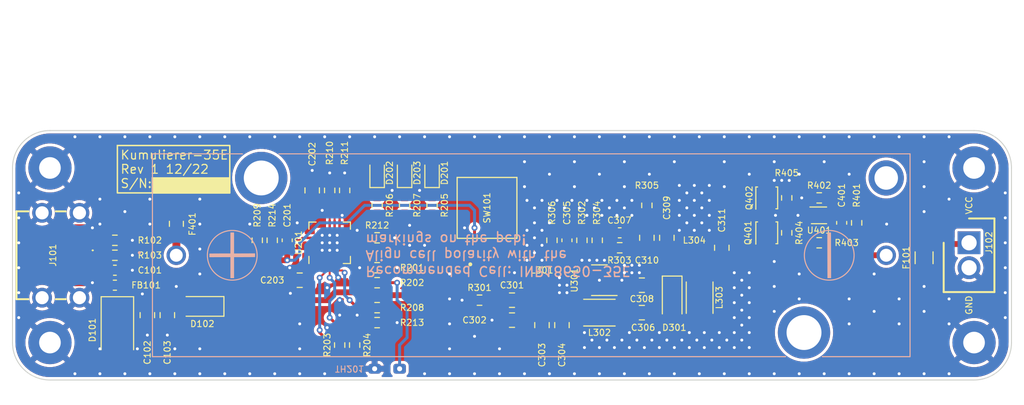
<source format=kicad_pcb>
(kicad_pcb (version 20211014) (generator pcbnew)
  (title_block (comment 4 "AISLER Project ID: CNVPTRAD"))
  (layers (0 "F.Cu" signal) (31 "B.Cu" signal) (34 "B.Paste" user) (35 "F.Paste" user) (36 "B.SilkS" user "B.Silkscreen") (37 "F.SilkS" user "F.Silkscreen") (38 "B.Mask" user) (39 "F.Mask" user) (44 "Edge.Cuts" user))
  (net 0 "")
  (net 1 "Net-(C101-Pad1)")
  (net 2 "GND")
  (net 3 "VBUS")
  (net 4 "+3V8")
  (net 5 "VCC")
  (net 6 "Net-(C301-Pad2)")
  (net 7 "Net-(C306-Pad1)")
  (net 8 "Net-(C306-Pad2)")
  (net 9 "Net-(C307-Pad1)")
  (net 10 "Net-(C307-Pad2)")
  (net 11 "Net-(C310-Pad2)")
  (net 12 "+3V3")
  (net 13 "Net-(C401-Pad1)")
  (net 14 "Net-(D201-Pad1)")
  (net 15 "Net-(D202-Pad1)")
  (net 16 "Net-(D203-Pad1)")
  (net 17 "/CC1")
  (net 18 "/CC2")
  (net 19 "Net-(Q401-Pad1)")
  (net 20 "Net-(Q401-Pad4)")
  (net 21 "Net-(Q401-Pad3)")
  (net 22 "Net-(Q402-Pad3)")
  (net 23 "Net-(R201-Pad1)")
  (net 24 "Net-(R202-Pad1)")
  (net 25 "Net-(R203-Pad1)")
  (net 26 "/PG")
  (net 27 "/STAT1")
  (net 28 "/STAT2")
  (net 29 "/PROG2")
  (net 30 "/CE")
  (net 31 "/PROG1")
  (net 32 "/PROG3")
  (net 33 "/TE")
  (net 34 "Net-(C305-Pad2)")
  (net 35 "Net-(R402-Pad2)")
  (net 36 "/V_LED")
  (net 38 "/BAT-")
  (net 39 "/BAT+")
  (net 40 "Net-(C103-Pad1)")
  (net 41 "Net-(F101-Pad2)")
  (net 42 "/SEL")
  (net 43 "/DC_EN")
  (net 44 "Net-(C301-Pad1)")
  (footprint "Capacitor_SMD:C_0805_2012Metric" (layer "F.Cu") (at 103.378001 91.185999 -90)
    (fp_text reference "C103")
    (fp_text value "10u")
  )
  (footprint "Resistor_SMD:R_0603_1608Metric" (layer "F.Cu") (at 98.044001 85.089999)
    (fp_text reference "R103")
    (fp_text value "5k1")
  )
  (footprint "Capacitor_SMD:C_0805_2012Metric" (layer "F.Cu") (at 141.478001 92.201999 -90)
    (fp_text reference "C303")
    (fp_text value "10u")
  )
  (footprint "LED_SMD:LED_0603_1608Metric" (layer "F.Cu") (at 127.508 76.707999 90)
    (fp_text reference "D203")
    (fp_text value "RED")
  )
  (footprint "Resistor_SMD:R_0603_1608Metric" (layer "F.Cu") (at 135.128001 89.661999 180)
    (fp_text reference "R301")
    (fp_text value ".47")
  )
  (footprint "Capacitor_SMD:C_0805_2012Metric" (layer "F.Cu") (at 138.430001 91.693999 180)
    (fp_text reference "C302")
    (fp_text value "10u")
  )
  (footprint "Diode_SMD:D_SMA" (layer "F.Cu") (at 98.298001 92.709999 -90)
    (fp_text reference "D101")
    (fp_text value "SMA 5V")
  )
  (footprint "Capacitor_SMD:C_0805_2012Metric" (layer "F.Cu") (at 159.766001 84.327999 90)
    (fp_text reference "C311")
    (fp_text value "10u")
  )
  (footprint "Capacitor_SMD:C_0805_2012Metric" (layer "F.Cu") (at 116.840001 87.629999 180)
    (fp_text reference "C203")
    (fp_text value "10u")
  )
  (footprint "Resistor_SMD:R_0603_1608Metric" (layer "F.Cu") (at 124.714001 87.883999)
    (fp_text reference "R202")
    (fp_text value "0")
  )
  (footprint "MountingHole:MountingHole_2.2mm_M2_Pad" (layer "F.Cu") (at 91.440001 76.199999)
    (fp_text reference "H101" hide)
    (fp_text value "M2")
  )
  (footprint "Resistor_SMD:R_0603_1608Metric" (layer "F.Cu") (at 124.714001 83.311999)
    (fp_text reference "R212")
    (fp_text value "1k")
  )
  (footprint "Resistor_SMD:R_0603_1608Metric" (layer "F.Cu") (at 173.482001 81.787999 -90)
    (fp_text reference "R401")
    (fp_text value "330")
  )
  (footprint "Capacitor_SMD:C_0603_1608Metric" (layer "F.Cu") (at 115.570001 83.565999 90)
    (fp_text reference "C201")
    (fp_text value "100n")
  )
  (footprint "MountingHole:MountingHole_2.2mm_M2_Pad" (layer "F.Cu") (at 185.420001 76.199999)
    (fp_text reference "H102" hide)
    (fp_text value "M2")
  )
  (footprint "Package_SON:WSON-6_1.5x1.5mm_P0.5mm" (layer "F.Cu") (at 169.672001 81.025999)
    (fp_text reference "U401")
    (fp_text value "BQ297xy")
  )
  (footprint "Resistor_SMD:R_0603_1608Metric" (layer "F.Cu") (at 114.046 83.566 90)
    (fp_text reference "R214")
    (fp_text value "10k")
  )
  (footprint "Resistor_SMD:R_0603_1608Metric" (layer "F.Cu") (at 122.428 94.234 90)
    (fp_text reference "R204")
    (fp_text value "110k")
  )
  (footprint "Fiducial:Fiducial_1mm_Mask2mm" (layer "F.Cu") (at 180.340001 93.979999)
    (fp_text reference "FID101" hide)
    (fp_text value "Fiducial")
  )
  (footprint "Resistor_SMD:R_0603_1608Metric" (layer "F.Cu") (at 130.302 80.009999 -90)
    (fp_text reference "R205")
    (fp_text value "1k")
  )
  (footprint "Resistor_SMD:R_0603_1608Metric" (layer "F.Cu") (at 149.384001 84.327999)
    (fp_text reference "R303")
    (fp_text value "16k2")
  )
  (footprint "Fuse:Fuse_1206_3216Metric" (layer "F.Cu") (at 180.34 85.344 90)
    (fp_text reference "F101")
    (fp_text value "500mA 1206")
  )
  (footprint "Inductor_SMD:L_TDK_NLV32_3.2x2.5mm" (layer "F.Cu") (at 147.320001 90.931999)
    (fp_text reference "L302")
    (fp_text value "3.3uH")
  )
  (footprint "Capacitor_SMD:C_0805_2012Metric" (layer "F.Cu") (at 152.146001 83.311999 90)
    (fp_text reference "C310")
    (fp_text value "10u")
  )
  (footprint "LED_SMD:LED_0603_1608Metric" (layer "F.Cu") (at 124.714 76.707999 90)
    (fp_text reference "D202")
    (fp_text value "RED")
  )
  (footprint "Resistor_SMD:R_0603_1608Metric" (layer "F.Cu") (at 124.714001 90.423999 180)
    (fp_text reference "R208")
    (fp_text value "1k")
  )
  (footprint "Resistor_SMD:R_0603_1608Metric" (layer "F.Cu") (at 98.044001 83.565999)
    (fp_text reference "R102")
    (fp_text value "5k1")
  )
  (footprint "Resistor_SMD:R_0603_1608Metric" (layer "F.Cu") (at 147.098001 83.565999 90)
    (fp_text reference "R304")
    (fp_text value "10k")
  )
  (footprint "Package_SON:Texas_DQK" (layer "F.Cu") (at 164.338001 79.247999 90)
    (fp_text reference "Q402")
    (fp_text value "CSD17313Q2")
  )
  (footprint "Resistor_SMD:R_0603_1608Metric" (layer "F.Cu") (at 166.370001 79.247999 90)
    (fp_text reference "R405")
    (fp_text value "5M")
  )
  (footprint "Parts_Library:6-440054-2 2 Pin Header" (layer "F.Cu") (at 184.912001 83.819999 -90)
    (fp_text reference "J102")
    (fp_text value "6-440054-2 " hide)
  )
  (footprint "Inductor_SMD:L_TDK_NLV32_3.2x2.5mm" (layer "F.Cu") (at 157.512001 89.407999 90)
    (fp_text reference "L303")
    (fp_text value "3.3uH")
  )
  (footprint "Parts_Library:IND_0806_2016" (layer "F.Cu") (at 156.972001 85.089999)
    (fp_text reference "L304")
    (fp_text value "470nH")
  )
  (footprint "Package_DFN_QFN:QFN-20-1EP_4x4mm_P0.5mm_EP2.5x2.5mm" (layer "F.Cu") (at 119.888001 83.819999 90)
    (fp_text reference "U201")
    (fp_text value "MCP73871-2CC")
  )
  (footprint "Fuse:Fuse_0805_2012Metric" (layer "F.Cu") (at 104.300001 81.889999 90)
    (fp_text reference "F401")
    (fp_text value "6A")
  )
  (footprint "Resistor_SMD:R_0603_1608Metric" (layer "F.Cu") (at 145.542 83.565999 90)
    (fp_text reference "R302")
    (fp_text value "10k")
  )
  (footprint "Capacitor_SMD:C_0805_2012Metric" (layer "F.Cu") (at 151.638001 90.931999)
    (fp_text reference "C306")
    (fp_text value "10u")
  )
  (footprint "Parts_Library:USB4125GFA" (layer "F.Cu") (at 91.440001 85.089999 -90)
    (fp_text reference "J101")
    (fp_text value "USB4125-GF-A " hide)
  )
  (footprint "Capacitor_SMD:C_0805_2012Metric" (layer "F.Cu") (at 118.110001 78.485999 90)
    (fp_text reference "C202")
    (fp_text value "10u")
  )
  (footprint "Resistor_SMD:R_0603_1608Metric" (layer "F.Cu") (at 124.714 91.948)
    (fp_text reference "R213")
    (fp_text value "1k")
  )
  (footprint "Package_TO_SOT_SMD:SOT-23-5" (layer "F.Cu") (at 147.320001 87.629999 180)
    (fp_text reference "U301")
    (fp_text value "LMR62421XMF")
  )
  (footprint "Resistor_SMD:R_0603_1608Metric" (layer "F.Cu") (at 124.714 80.009999 -90)
    (fp_text reference "R206")
    (fp_text value "1k")
  )
  (footprint "Capacitor_SMD:C_0805_2012Metric" (layer "F.Cu") (at 151.638001 88.137999 180)
    (fp_text reference "C308")
    (fp_text value "10u")
  )
  (footprint "Resistor_SMD:R_0603_1608Metric" (layer "F.Cu") (at 119.888001 78.485999 -90)
    (fp_text reference "R210")
    (fp_text value "2k2")
  )
  (footprint "Footprints:SW_DS04-254-2-02BK-SMT" (layer "F.Cu") (at 135.89 80.264 90)
    (fp_text reference "SW101")
    (fp_text value "DS04-254-2-02BK-SMT ")
  )
  (footprint "Package_SON:Texas_DQK" (layer "F.Cu") (at 164.338001 82.803999 90)
    (fp_text reference "Q401")
    (fp_text value "CSD17313Q2")
  )
  (footprint "Resistor_SMD:R_0603_1608Metric" (layer "F.Cu") (at 120.904 94.234 -90)
    (fp_text reference "R203")
    (fp_text value "330k")
  )
  (footprint "Resistor_SMD:R_0603_1608Metric" (layer "F.Cu") (at 166.370001 82.803999 90)
    (fp_text reference "R404")
    (fp_text value "5M")
  )
  (footprint "Resistor_SMD:R_0603_1608Metric" (layer "F.Cu") (at 124.714001 86.359999 180)
    (fp_text reference "R201")
    (fp_text value "0")
  )
  (footprint "Resistor_SMD:R_0603_1608Metric" (layer "F.Cu") (at 142.494 83.566 -90)
    (fp_text reference "R306")
    (fp_text value "1M")
  )
  (footprint "Parts_Library:IND_0806_2016" (layer "F.Cu") (at 141.478001 88.645999 -90)
    (fp_text reference "L301")
    (fp_text value "470nH")
  )
  (footprint "Diode_SMD:D_SOD-123F" (layer "F.Cu") (at 106.934001 90.296999 180)
    (fp_text reference "D102")
    (fp_text value "ACDBMS240-HF ")
  )
  (footprint "Inductor_SMD:L_0603_1608Metric" (layer "F.Cu") (at 98.044001 88.137999)
    (fp_text reference "FB101")
    (fp_text value "220")
  )
  (footprint "MountingHole:MountingHole_2.2mm_M2_Pad" (layer "F.Cu") (at 185.420001 93.979999)
    (fp_text reference "H104" hide)
    (fp_text value "M2")
  )
  (footprint "Resistor_SMD:R_0603_1608Metric" (layer "F.Cu") (at 152.146001 80.009999 90)
    (fp_text reference "R305")
    (fp_text value ".47")
  )
  (footprint "Capacitor_SMD:C_0603_1608Metric" (layer "F.Cu") (at 149.384001 82.803999 180)
    (fp_text reference "C307")
    (fp_text value "2n2")
  )
  (footprint "Capacitor_SMD:C_0805_2012Metric" (layer "F.Cu") (at 101.346001 91.185999 -90)
    (fp_text reference "C102")
    (fp_text value "10u")
  )
  (footprint "Capacitor_SMD:C_0805_2012Metric" (layer "F.Cu") (at 138.430001 89.661999 180)
    (fp_text reference "C301")
    (fp_text value "10u")
  )
  (footprint "Capacitor_SMD:C_0805_2012Metric" (layer "F.Cu") (at 154.178001 83.311999 90)
    (fp_text reference "C309")
    (fp_text value "10u")
  )
  (footprint "Resistor_SMD:R_0603_1608Metric" (layer "F.Cu") (at 112.522 83.566 90)
    (fp_text reference "R209")
    (fp_text value "1k")
  )
  (footprint "Capacitor_SMD:C_0603_1608Metric" (layer "F.Cu") (at 144.018 83.566 -90)
    (fp_text reference "C305")
    (fp_text value "100n")
  )
  (footprint "Capacitor_SMD:C_0805_2012Metric" (layer "F.Cu") (at 143.510001 92.201999 -90)
    (fp_text reference "C304")
    (fp_text value "10u")
  )
  (footprint "LED_SMD:LED_0603_1608Metric" (layer "F.Cu") (at 130.302 76.707999 90)
    (fp_text reference "D201")
    (fp_text value "RED")
  )
  (footprint "Capacitor_SMD:C_0603_1608Metric" (layer "F.Cu") (at 98.044001 86.613999)
    (fp_text reference "C101")
    (fp_text value "100n")
  )
  (footprint "Resistor_SMD:R_0603_1608Metric" (layer "F.Cu") (at 127.508 80.009999 -90)
    (fp_text reference "R207")
    (fp_text value "1k")
  )
  (footprint "MountingHole:MountingHole_2.2mm_M2_Pad" (layer "F.Cu") (at 91.440001 93.979999)
    (fp_text reference "H103" hide)
    (fp_text value "M2")
  )
  (footprint "Capacitor_SMD:C_0603_1608Metric" (layer "F.Cu") (at 171.958001 81.787999 -90)
    (fp_text reference "C401")
    (fp_text value "100n")
  )
  (footprint "Fiducial:Fiducial_1mm_Mask2mm" (layer "F.Cu") (at 96.520001 76.199999)
    (fp_text reference "FID102" hide)
    (fp_text value "Fiducial")
  )
  (footprint "LOGO" (layer "F.Cu") (at 175.006 93.98)
    (fp_text reference "G***" hide)
    (fp_text value "LOGO" hide)
  )
  (footprint "Resistor_SMD:R_0603_1608Metric" (layer "F.Cu") (at 169.672001 79.247999)
    (fp_text reference "R402")
    (fp_text value "2k2")
  )
  (footprint "Resistor_SMD:R_0603_1608Metric" (layer "F.Cu") (at 169.672001 83.819999 180)
    (fp_text reference "R403")
    (fp_text value "0")
  )
  (footprint "Resistor_SMD:R_0603_1608Metric" (layer "F.Cu") (at 121.412001 78.485999 -90)
    (fp_text reference "R211")
    (fp_text value "22k")
  )
  (footprint "Diode_SMD:D_SOD-123F" (layer "F.Cu") (at 154.718001 89.407999 -90)
    (fp_text reference "D301")
    (fp_text value "ACDBMS240-HF ")
  )
  (footprint "Parts_Library:1043_Battery_holder_18650" (layer "B.Cu") (at 104.287501 85.089499)
    (fp_text reference "BT401" hide)
    (fp_text value "18650-35E" hide)
  )
  (footprint "LOGO" (layer "B.Cu") (at 170.688 85.09 -90)
    (fp_text reference "G***" hide)
    (fp_text value "LOGO" hide)
  )
  (footprint "LOGO" (layer "B.Cu") (at 109.982 85.09 180)
    (fp_text reference "G***" hide)
    (fp_text value "LOGO" hide)
  )
  (footprint "Parts_Library:NRL1104J3380B1F" (layer "B.Cu") (at 127.000001 96.646999 180)
    (fp_text reference "TH201")
    (fp_text value "10k")
  )
  (gr_rect (start 98.298 73.914) (end 109.728 78.74) (layer "F.SilkS") (width 0.15) (fill none))
  (gr_rect (start 109.728 78.74) (end 101.854 77.216) (layer "F.SilkS") (width 0.15) (fill solid))
  (gr_line (start 185.420001 97.789999) (end 91.440001 97.789999) (layer "Edge.Cuts") (width 0.1))
  (gr_arc (start 87.630001 76.199999) (mid 88.745924 73.505922) (end 91.440001 72.389999) (layer "Edge.Cuts") (width 0.1))
  (gr_line (start 87.630001 76.199999) (end 87.630001 93.979999) (layer "Edge.Cuts") (width 0.1))
  (gr_arc (start 185.420001 72.389999) (mid 188.114078 73.505922) (end 189.230001 76.199999) (layer "Edge.Cuts") (width 0.1))
  (gr_arc (start 189.230001 93.979999) (mid 188.114078 96.674076) (end 185.420001 97.789999) (layer "Edge.Cuts") (width 0.1))
  (gr_line (start 189.230001 76.199999) (end 189.230001 93.979999) (layer "Edge.Cuts") (width 0.1))
  (gr_arc (start 91.440001 97.789999) (mid 88.745924 96.674076) (end 87.630001 93.979999) (layer "Edge.Cuts") (width 0.1))
  (gr_line (start 91.440001 72.389999) (end 185.420001 72.389999) (layer "Edge.Cuts") (width 0.1))
  (gr_text "Recommended Cell: INR18650-35E\nAlign cell polarity with the\nmarkings on the pcb!" (at 123.444 85.09 180) (layer "B.SilkS") (effects (font (size 1 1)) (justify left mirror)))
  (gr_text "Kumulierer-35E\nRev 1 12/22\nS/N:" (at 98.552 76.327) (layer "F.SilkS") (effects (font (size 0.9 0.9) (thickness 0.12)) (justify left)))
  (gr_text "GND\n" (at 184.912 90.17 90) (layer "F.SilkS") (effects (font (size 0.635 0.635) (thickness 0.1))))
  (gr_text "VCC\n" (at 184.912 80.01 90) (layer "F.SilkS") (effects (font (size 0.635 0.635) (thickness 0.1))))
  (segment (start 98.772001 90.235999) (end 98.298001 90.709999) (width 0.6) (layer "F.Cu") (net 1))
  (segment (start 98.518001 90.235999) (end 98.044001 90.709999) (width 0.8) (layer "F.Cu") (net 1))
  (segment (start 92.710001 85.999999) (end 93.320001 86.609999) (width 0.6) (layer "F.Cu") (net 1))
  (segment (start 94.520001 83.569999) (end 93.214001 83.569999) (width 0.6) (layer "F.Cu") (net 1))
  (segment (start 97.269001 86.613999) (end 97.269001 88.125499) (width 0.6) (layer "F.Cu") (net 1))
  (segment (start 101.346001 90.235999) (end 98.772001 90.235999) (width 0.6) (layer "F.Cu") (net 1))
  (segment (start 97.269001 88.125499) (end 97.256501 88.137999) (width 0.6) (layer "F.Cu") (net 1))
  (segment (start 97.256501 89.668499) (end 98.298001 90.709999) (width 0.6) (layer "F.Cu") (net 1))
  (segment (start 97.265001 86.609999) (end 97.269001 86.613999) (width 0.6) (layer "F.Cu") (net 1))
  (segment (start 93.320001 86.609999) (end 94.520001 86.609999) (width 0.6) (layer "F.Cu") (net 1))
  (segment (start 93.214001 83.569999) (end 92.710001 84.073999) (width 0.6) (layer "F.Cu") (net 1))
  (segment (start 94.520001 86.609999) (end 97.265001 86.609999) (width 0.6) (layer "F.Cu") (net 1))
  (segment (start 92.710001 84.073999) (end 92.710001 85.999999) (width 0.6) (layer "F.Cu") (net 1))
  (segment (start 97.256501 88.137999) (end 97.256501 89.668499) (width 0.6) (layer "F.Cu") (net 1))
  (segment (start 99.822001 86.613999) (end 98.819001 86.613999) (width 0.6) (layer "F.Cu") (net 2))
  (segment (start 94.564001 82.295999) (end 94.520001 82.339999) (width 0.6) (layer "F.Cu") (net 2))
  (segment (start 118.110001 76.453999) (end 118.110001 77.535999) (width 0.6) (layer "F.Cu") (net 2))
  (segment (start 114.046 82.741) (end 115.520002 82.741) (width 0.6) (layer "F.Cu") (net 2))
  (segment (start 99.822001 85.089999) (end 98.869001 85.089999) (width 0.6) (layer "F.Cu") (net 2))
  (segment (start 95.758001 87.883999) (end 94.564001 87.883999) (width 0.6) (layer "F.Cu") (net 2))
  (segment (start 116.332001 82.790999) (end 116.586001 82.536999) (width 0.6) (layer "F.Cu") (net 2))
  (segment (start 115.520002 82.741) (end 115.570001 82.790999) (width 0.6) (layer "F.Cu") (net 2))
  (segment (start 120.888001 81.882499) (end 120.888001 81.295999) (width 0.2) (layer "F.Cu") (net 2))
  (segment (start 137.480001 91.693999) (end 136.398001 91.693999) (width 0.6) (layer "F.Cu") (net 2))
  (segment (start 148.457501 87.629999) (end 149.606001 87.629999) (width 0.6) (layer "F.Cu") (net 2))
  (segment (start 134.303001 89.661999) (end 133.350001 89.661999) (width 0.6) (layer "F.Cu") (net 2))
  (segment (start 98.806001 95.217999) (end 98.298001 94.709999) (width 0.6) (layer "F.Cu") (net 2))
  (segment (start 122.682001 82.549999) (end 122.412001 82.819999) (width 0.2) (layer "F.Cu") (net 2))
  (segment (start 120.888001 81.295999) (end 121.158001 81.025999) (width 0.2) (layer "F.Cu") (net 2))
  (segment (start 101.346001 92.135999) (end 101.346001 93.217999) (width 0.6) (layer "F.Cu") (net 2))
  (segment (start 103.378001 92.135999) (end 103.378001 93.217999) (width 0.6) (layer "F.Cu") (net 2))
  (segment (start 122.412001 82.819999) (end 121.825501 82.819999) (width 0.2) (layer "F.Cu") (net 2))
  (segment (start 148.457501 87.629999) (end 147.320001 87.629999) (width 0.6) (layer "F.Cu") (net 2))
  (segment (start 167.894001 79.247999) (end 168.847001 79.247999) (width 0.6) (layer "F.Cu") (net 2))
  (segment (start 116.586001 82.536999) (end 116.586001 81.787999) (width 0.6) (layer "F.Cu") (net 2))
  (segment (start 120.888001 82.819999) (end 119.888001 83.819999) (width 0.2) (layer "F.Cu") (net 2))
  (segment (start 125.539001 83.311999) (end 126.492001 83.311999) (width 0.6) (layer "F.Cu") (net 2))
  (segment (start 95.758001 82.295999) (end 94.564001 82.295999) (width 0.6) (layer "F.Cu") (net 2))
  (segment (start 119.888001 76.707999) (end 119.888001 77.660999) (width 0.6) (layer "F.Cu") (net 2))
  (segment (start 99.822001 83.565999) (end 98.869001 83.565999) (width 0.6) (layer "F.Cu") (net 2))
  (segment (start 94.564001 87.883999) (end 94.520001 87.839999) (width 0.6) (layer "F.Cu") (net 2))
  (segment (start 115.570001 82.790999) (end 116.332001 82.790999) (width 0.6) (layer "F.Cu") (net 2))
  (segment (start 120.888001 81.882499) (end 120.888001 82.819999) (width 0.2) (layer "F.Cu") (net 2))
  (segment (start 121.825501 82.819999) (end 120.888001 82.819999) (width 0.2) (layer "F.Cu") (net 2))
  (segment (start 115.890001 87.629999) (end 115.890001 88.965999) (width 0.6) (layer "F.Cu") (net 2))
  (via (at 154.940001 97.154999) (size 0.6) (drill 0.3) (layers "F.Cu" "B.Cu") (net 2))
  (via (at 158.496001 82.549999) (size 0.6) (drill 0.3) (layers "F.Cu" "B.Cu") (net 2))
  (via (at 142.240001 81.787999) (size 0.6) (drill 0.3) (layers "F.Cu" "B.Cu") (net 2))
  (via (at 139.700001 73.024999) (size 0.6) (drill 0.3) (layers "F.Cu" "B.Cu") (net 2))
  (via (at 165.862001 77.465256) (size 0.6) (drill 0.3) (layers "F.Cu" "B.Cu") (net 2))
  (via (at 103.378001 93.217999) (size 0.6) (drill 0.3) (layers "F.Cu" "B.Cu") (net 2))
  (via (at 154.940001 75.564999) (size 0.6) (drill 0.3) (layers "F.Cu" "B.Cu") (net 2))
  (via (at 151.384001 86.105999) (size 0.6) (drill 0.3) (layers "F.Cu" "B.Cu") (net 2))
  (via (at 133.350001 89.661999) (size 0.6) (drill 0.3) (layers "F.Cu" "B.Cu") (net 2))
  (via (at 148.082001 93.725999) (size 0.6) (drill 0.3) (layers "F.Cu" "B.Cu") (net 2))
  (via (at 162.560001 91.439999) (size 0.6) (drill 0.3) (layers "F.Cu" "B.Cu") (net 2))
  (via (at 109.220001 73.024999) (size 0.6) (drill 0.3) (layers "F.Cu" "B.Cu") (net 2))
  (via (at 93.980001 97.154999) (size 0.6) (drill 0.3) (layers "F.Cu" "B.Cu") (net 2))
  (via (at 154.940001 73.024999) (size 0.6) (drill 0.3) (layers "F.Cu" "B.Cu") (net 2))
  (via (at 149.860001 75.564999) (size 0.6) (drill 0.3) (layers "F.Cu" "B.Cu") (net 2))
  (via (at 111.760001 73.024999) (size 0.6) (drill 0.3) (layers "F.Cu" "B.Cu") (net 2))
  (via (at 99.060001 73.024999) (size 0.6) (drill 0.3) (layers "F.Cu" "B.Cu") (net 2))
  (via (at 95.758001 87.883999) (size 0.6) (drill 0.3) (layers "F.Cu" "B.Cu") (net 2))
  (via (at 106.680001 86.994999) (size 0.6) (drill 0.3) (layers "F.Cu" "B.Cu") (net 2))
  (via (at 104.140001 97.154999) (size 0.6) (drill 0.3) (layers "F.Cu" "B.Cu") (net 2))
  (via (at 122.682001 91.185999) (size 0.6) (drill 0.3) (layers "F.Cu" "B.Cu") (net 2))
  (via (at 147.574001 81.025999) (size 0.6) (drill 0.3) (layers "F.Cu" "B.Cu") (net 2))
  (via (at 139.700001 75.564999) (size 0.6) (drill 0.3) (layers "F.Cu" "B.Cu") (net 2))
  (via (at 132.080001 92.074999) (size 0.6) (drill 0.3) (layers "F.Cu" "B.Cu") (net 2))
  (via (at 119.380001 73.024999) (size 0.6) (drill 0.3) (layers "F.Cu" "B.Cu") (net 2))
  (via (at 150.622001 86.867999) (size 0.6) (drill 0.3) (layers "F.Cu" "B.Cu") (net 2))
  (via (at 139.954001 84.073999) (size 0.6) (drill 0.3) (layers "F.Cu" "B.Cu") (net 2))
  (via (at 106.680001 73.024999) (size 0.6) (drill 0.3) (layers "F.Cu" "B.Cu") (net 2))
  (via (at 141.478001 85.597999) (size 0.6) (drill 0.3) (layers "F.Cu" "B.Cu") (net 2))
  (via (at 172.720001 76.834999) (size 0.6) (drill 0.3) (layers "F.Cu" "B.Cu") (net 2))
  (via (at 161.798001 92.201999) (size 0.6) (drill 0.3) (layers "F.Cu" "B.Cu") (net 2))
  (via (at 96.520001 81.914999) (size 0.6) (drill 0.3) (layers "F.Cu" "B.Cu") (net 2))
  (via (at 156.972001 79.501999) (size 0.6) (drill 0.3) (layers "F.Cu" "B.Cu") (net 2))
  (via (at 145.796001 94.487999) (size 0.6) (drill 0.3) (layers "F.Cu" "B.Cu") (net 2))
  (via (at 149.860001 78.104999) (size 0.6) (drill 0.3) (layers "F.Cu" "B.Cu") (net 2))
  (via (at 134.620001 73.024999) (size 0.6) (drill 0.3) (layers "F.Cu" "B.Cu") (net 2))
  (via (at 142.240001 76.834999) (size 0.6) (drill 0.3) (layers "F.Cu" "B.Cu") (net 2))
  (via (at 177.8 89.535) (size 0.6) (drill 0.3) (layers "F.Cu" "B.Cu") (net 2))
  (via (at 127.000001 73.024999) (size 0.6) (drill 0.3) (layers "F.Cu" "B.Cu") (net 2))
  (via (at 147.066001 85.597999) (size 0.6) (drill 0.3) (layers "F.Cu" "B.Cu") (net 2))
  (via (at 126.238 78.486) (size 0.6) (drill 0.3) (layers "F.Cu" "B.Cu") (net 2))
  (via (at 180.340001 80.644999) (size 0.6) (drill 0.3) (layers "F.Cu" "B.Cu") (net 2))
  (via (at 132.080001 89.534999) (size 0.6) (drill 0.3) (layers "F.Cu" "B.Cu") (net 2))
  (via (at 149.098001 81.025999) (size 0.6) (drill 0.3) (layers "F.Cu" "B.Cu") (net 2))
  (via (at 144.780001 78.104999) (size 0.6) (drill 0.3) (layers "F.Cu" "B.Cu") (net 2))
  (via (at 162.560001 73.024999) (size 0.6) (drill 0.3) (layers "F.Cu" "B.Cu") (net 2))
  (via (at 119.888001 76.707999) (size 0.6) (drill 0.3) (layers "F.Cu" "B.Cu") (net 2))
  (via (at 143.256001 87.375999) (size 0.6) (drill 0.3) (layers "F.Cu" "B.Cu") (net 2))
  (via (at 146.050001 79.501999) (size 0.6) (drill 0.3) (layers "F.Cu" "B.Cu") (net 2))
  (via (at 162.560001 88.391999) (size 0.6) (drill 0.3) (layers "F.Cu" "B.Cu") (net 2))
  (via (at 139.954001 85.597999) (size 0.6) (drill 0.3) (layers "F.Cu" "B.Cu") (net 2))
  (via (at 99.822001 85.089999) (size 0.6) (drill 0.3) (layers "F.Cu" "B.Cu") (net 2))
  (via (at 175.260001 97.154999) (size 0.6) (drill 0.3) (layers "F.Cu" "B.Cu") (net 2))
  (via (at 141.478001 79.501999) (size 0.6) (drill 0.3) (layers "F.Cu" "B.Cu") (net 2))
  (via (at 182.880001 79.374999) (size 0.6) (drill 0.3) (layers "F.Cu" "B.Cu") (net 2))
  (via (at 167.513001 81.025999) (size 0.6) (drill 0.3) (layers "F.Cu" "B.Cu") (net 2))
  (via (at 129.032 78.486) (size 0.6) (drill 0.3) (layers "F.Cu" "B.Cu") (net 2))
  (via (at 162.560001 89.915999) (size 0.6) (drill 0.3) (layers "F.Cu" "B.Cu") (net 2))
  (via (at 155.448001 82.549999) (size 0.6) (drill 0.3) (layers "F.Cu" "B.Cu") (net 2))
  (via (at 175.26 90.805) (size 0.6) (drill 0.3) (layers "F.Cu" "B.Cu") (net 2))
  (via (at 165.100001 77.469999) (size 0.6) (drill 0.3) (layers "F.Cu" "B.Cu") (net 2))
  (via (at 126.746001 86.359999) (size 0.6) (drill 0.3) (layers "F.Cu" "B.Cu") (net 2))
  (via (at 188.595001 81.279999) (size 0.6) (drill 0.3) (layers "F.Cu" "B.Cu") (net 2))
  (via (at 88.265001 91.439999) (size 0.6) (drill 0.3) (layers "F.Cu" "B.Cu") (net 2))
  (via (at 180.340001 88.264999) (size 0.6) (drill 0.3) (layers "F.Cu" "B.Cu") (net 2))
  (via (at 167.640001 86.994999) (size 0.6) (drill 0.3) (layers "F.Cu" "B.Cu") (net 2))
  (via (at 161.036001 89.915999) (size 0.6) (drill 0.3) (layers "F.Cu" "B.Cu") (net 2))
  (via (at 180.340001 75.564999) (size 0.6) (drill 0.3) (layers "F.Cu" "B.Cu") (net 2))
  (via (at 120.762501 87.356566) (size 0.6) (drill 0.3) (layers "F.Cu" "B.Cu") (net 2))
  (via (at 138.684 86.868) (size 0.6) (drill 0.3) (layers "F.Cu" "B.Cu") (net 2))
  (via (at 156.464001 92.963999) (size 0.6) (drill 0.3) (layers "F.Cu" "B.Cu") (net 2))
  (via (at 122.936001 86.359999) (size 0.6) (drill 0.3) (layers "F.Cu" "B.Cu") (net 2))
  (via (at 166.624001 77.469999) (size 0.6) (drill 0.3) (layers "F.Cu" "B.Cu") (net 2))
  (via (at 154.940001 94.487999) (size 0.6) (drill 0.3) (layers "F.Cu" "B.Cu") (net 2))
  (via (at 152.400001 76.834999) (size 0.6) (drill 0.3) (layers "F.Cu" "B.Cu") (net 2))
  (via (at 165.100001 75.564999) (size 0.6) (drill 0.3) (layers "F.Cu" "B.Cu") (net 2))
  (via (at 121.412001 76.707999) (size 0.6) (drill 0.3) (layers "F.Cu" "B.Cu") (net 2))
  (via (at 148.336001 80.263999) (size 0.6) (drill 0.3) (layers "F.Cu" "B.Cu") (net 2))
  (via (at 116.840001 94.614999) (size 0.6) (drill 0.3) (layers "F.Cu" "B.Cu") (net 2))
  (via (at 119.634 92.456) (size 0.6) (drill 0.3) (layers "F.Cu" "B.Cu") (net 2))
  (via (at 141.478001 82.549999) (size 0.6) (drill 0.3) (layers "F.Cu" "B.Cu") (net 2))
  (via (at 120.904 91.186) (size 0.6) (drill 0.3) (layers "F.Cu" "B.Cu") (net 2))
  (via (at 150.368001 92.963999) (size 0.6) (drill 0.3) (layers "F.Cu" "B.Cu") (net 2))
  (via (at 137.160001 73.024999) (size 0.6) (drill 0.3) (layers "F.Cu" "B.Cu") (net 2))
  (via (at 165.100001 85.724999) (size 0.6) (drill 0.3) (layers "F.Cu" "B.Cu") (net 2))
  (via (at 142.240001 97.154999) (size 0.6) (drill 0.3) (layers "F.Cu" "B.Cu") (net 2))
  (via (at 129.54 84.074) (size 0.6) (drill 0.3) (layers "F.Cu" "B.Cu") (net 2))
  (via (at 151.130001 93.725999) (size 0.6) (drill 0.3) (layers "F.Cu" "B.Cu") (net 2))
  (via (at 150.368001 94.487999) (size 0.6) (drill 0.3) (layers "F.Cu" "B.Cu") (net 2))
  (via (at 149.860001 97.154999) (size 0.6) (drill 0.3) (layers "F.Cu" "B.Cu") (net 2))
  (via (at 147.574001 79.501999) (size 0.6) (drill 0.3) (layers "F.Cu" "B.Cu") (net 2))
  (via (at 99.060001 97.154999) (size 0.6) (drill 0.3) (layers "F.Cu" "B.Cu") (net 2))
  (via (at 182.880001 92.074999) (size 0.6) (drill 0.3) (layers "F.Cu" "B.Cu") (net 2))
  (via (at 145.288001 80.263999) (size 0.6) (drill 0.3) (layers "F.Cu" "B.Cu") (net 2))
  (via (at 116.84 92.075) (size 0.6) (drill 0.3) (layers "F.Cu" "B.Cu") (net 2))
  (via (at 140.716001 84.835999) (size 0.6) (drill 0.3) (layers "F.Cu" "B.Cu") (net 2))
  (via (at 104.140001 73.024999) (size 0.6) (drill 0.3) (layers "F.Cu" "B.Cu") (net 2))
  (via (at 161.036001 91.439999) (size 0.6) (drill 0.3) (layers "F.Cu" "B.Cu") (net 2))
  (via (at 114.300001 97.154999) (size 0.6) (drill 0.3) (layers "F.Cu" "B.Cu") (net 2))
  (via (at 182.880001 89.534999) (size 0.6) (drill 0.3) (layers "F.Cu" "B.Cu") (net 2))
  (via (at 188.595001 91.439999) (size 0.6) (drill 0.3) (layers "F.Cu" "B.Cu") (net 2))
  (via (at 157.734001 80.263999) (size 0.6) (drill 0.3) (layers "F.Cu" "B.Cu") (net 2))
  (via (at 160.020001 78.104999) (size 0.6) (drill 0.3) (layers "F.Cu" "B.Cu") (net 2))
  (via (at 150.622001 86.105999) (size 0.6) (drill 0.3) (layers "F.Cu" "B.Cu") (net 2))
  (via (at 143.256001 88.137999) (size 0.6) (drill 0.3) (layers "F.Cu" "B.Cu") (net 2))
  (via (at 147.320001 76.834999) (size 0.6) (drill 0.3) (layers "F.Cu" "B.Cu") (net 2))
  (via (at 121.920001 73.024999) (size 0.6) (drill 0.3) (layers "F.Cu" "B.Cu") (net 2))
  (via (at 158.496001 77.977999) (size 0.6) (drill 0.3) (layers "F.Cu" "B.Cu") (net 2))
  (via (at 147.320001 73.024999) (size 0.6) (drill 0.3) (layers "F.Cu" "B.Cu") (net 2))
  (via (at 137.160001 94.614999) (size 0.6) (drill 0.3) (layers "F.Cu" "B.Cu") (net 2))
  (via (at 137.160001 97.154999) (size 0.6) (drill 0.3) (layers "F.Cu" "B.Cu") (net 2))
  (via (at 128.016 82.042) (size 0.6) (drill 0.3) (layers "F.Cu" "B.Cu") (net 2))
  (via (at 88.265001 81.279999) (size 0.6) (drill 0.3) (layers "F.Cu" "B.Cu") (net 2))
  (via (at 157.734001 81.787999) (size 0.6) (drill 0.3) (layers "F.Cu" "B.Cu") (net 2))
  (via (at 170.180001 75.564999) (size 0.6) (drill 0.3) (layers "F.Cu" "B.Cu") (net 2))
  (via (at 146.304001 85.597999) (size 0.6) (drill 0.3) (layers "F.Cu" "B.Cu") (net 2))
  (via (at 129.540001 97.154999) (size 0.6) (drill 0.3) (layers "F.Cu" "B.Cu") (net 2))
  (via (at 119.634 88.392) (size 0.6) (drill 0.3) (layers "F.Cu" "B.Cu") (net 2))
  (via (at 177.800001 73.024999) (size 0.6) (drill 0.3) (layers "F.Cu" "B.Cu") (net 2))
  (via (at 119.126001 80.517999) (size 0.6) (drill 0.3) (layers "F.Cu" "B.Cu") (net 2))
  (via (at 132.080001 94.614999) (size 0.6) (drill 0.3) (layers "F.Cu" "B.Cu") (net 2))
  (via (at 152.400001 97.154999) (size 0.6) (drill 0.3) (layers "F.Cu" "B.Cu") (net 2))
  (via (at 145.542001 85.597999) (size 0.6) (drill 0.3) (layers "F.Cu" "B.Cu") (net 2))
  (via (at 180.340001 73.024999) (size 0.6) (drill 0.3) (layers "F.Cu" "B.Cu") (net 2))
  (via (at 161.798001 87.629999) (size 0.6) (drill 0.3) (layers "F.Cu" "B.Cu") (net 2))
  (via (at 88.265001 83.819999) (size 0.6) (drill 0.3) (layers "F.Cu" "B.Cu") (net 2))
  (via (at 160.020001 97.154999) (size 0.6) (drill 0.3) (layers "F.Cu" "B.Cu") (net 2))
  (via (at 144.780001 75.564999) (size 0.6) (drill 0.3) (layers "F.Cu" "B.Cu") (net 2))
  (via (at 96.520001 73.024999) (size 0.6) (drill 0.3) (layers "F.Cu" "B.Cu") (net 2))
  (via (at 119.126001 84.581999) (size 0.6) (drill 0.3) (layers "F.Cu" "B.Cu") (net 2))
  (via (at 146.558001 93.725999) (size 0.6) (drill 0.3) (layers "F.Cu" "B.Cu") (net 2))
  (via (at 159.512001 94.487999) (size 0.6) (drill 0.3) (layers "F.Cu" "B.Cu") (net 2))
  (via (at 175.26 86.995) (size 0.6) (drill 0.3) (layers "F.Cu" "B.Cu") (net 2))
  (via (at 101.346001 93.217999) (size 0.6) (drill 0.3) (layers "F.Cu" "B.Cu") (net 2))
  (via (at 180.340001 78.104999) (size 0.6) (drill 0.3) (layers "F.Cu" "B.Cu") (net 2))
  (via (at 106.680001 79.374999) (size 0.6) (drill 0.3) (layers "F.Cu" "B.Cu") (net 2))
  (via (at 141.478001 84.073999) (size 0.6) (drill 0.3) (layers "F.Cu" "B.Cu") (net 2))
  (via (at 115.890001 88.965999) (size 0.6) (drill 0.3) (layers "F.Cu" "B.Cu") (net 2))
  (via (at 116.586001 81.787999) (size 0.6) (drill 0.3) (layers "F.Cu" "B.Cu") (net 2))
  (via (at 143.256001 88.899999) (size 0.6) (drill 0.3) (layers "F.Cu" "B.Cu") (net 2))
  (via (at 156.972001 81.025999) (size 0.6) (drill 0.3) (layers "F.Cu" "B.Cu") (net 2))
  (via (at 159.512001 92.963999) (size 0.6) (drill 0.3) (layers "F.Cu" "B.Cu") (net 2))
  (via (at 144.526001 79.501999) (size 0.6) (drill 0.3) (layers "F.Cu" "B.Cu") (net 2))
  (via (at 157.734001 78.739999) (size 0.6) (drill 0.3) (layers "F.Cu" "B.Cu") (net 2))
  (via (at 149.860001 86.867999) (size 0.6) (drill 0.3) (layers "F.Cu" "B.Cu") (net 2))
  (via (at 188.595001 78.739999) (size 0.6) (drill 0.3) (layers "F.Cu" "B.Cu") (net 2))
  (via (at 170.180001 73.024999) (size 0.6) (drill 0.3) (layers "F.Cu" "B.Cu") (net 2))
  (via (at 115.824 86.36) (size 0.6) (drill 0.3) (layers "F.Cu" "B.Cu") (net 2))
  (via (at 140.716001 83.311999) (size 0.6) (drill 0.3) (layers "F.Cu" "B.Cu") (net 2))
  (via (at 118.110001 76.453999) (size 0.6) (drill 0.3) (layers "F.Cu" "B.Cu") (net 2))
  (via (at 120.904001 89.661999) (size 0.6) (drill 0.3) (layers "F.Cu" "B.Cu") (net 2))
  (via (at 156.210001 80.263999) (size 0.6) (drill 0.3) (layers "F.Cu" "B.Cu") (net 2))
  (via (at 188.595001 83.819999) (size 0.6) (drill 0.3) (layers "F.Cu" "B.Cu") (net 2))
  (via (at 161.036001 94.487999) (size 0.6) (drill 0.3) (layers "F.Cu" "B.Cu") (net 2))
  (via (at 157.226001 93.725999) (size 0.6) (drill 0.3) (layers "F.Cu" "B.Cu") (net 2))
  (via (at 144.018001 88.137999) (size 0.6) (drill 0.3) (layers "F.Cu" "B.Cu") (net 2))
  (via (at 161.036001 92.963999) (size 0.6) (drill 0.3) (layers "F.Cu" "B.Cu") (net 2))
  (via (at 119.380001 97.154999) (size 0.6) (drill 0.3) (layers "F.Cu" "B.Cu") (net 2))
  (via (at 156.972001 77.977999) (size 0.6) (drill 0.3) (layers "F.Cu" "B.Cu") (net 2))
  (via (at 161.798001 93.725999) (size 0.6) (drill 0.3) (layers "F.Cu" "B.Cu") (net 2))
  (via (at 119.888001 83.057999) (size 0.6) (drill 0.3) (layers "F.Cu" "B.Cu") (net 2))
  (via (at 148.844001 94.487999) (size 0.6) (drill 0.3) (layers "F.Cu" "B.Cu") (net 2))
  (via (at 172.720001 97.154999) (size 0.6) (drill 0.3) (layers "F.Cu" "B.Cu") (net 2))
  (via (at 147.320001 97.154999) (size 0.6) (drill 0.3) (layers "F.Cu" "B.Cu") (net 2))
  (via (at 88.265001 78.739999) (size 0.6) (drill 0.3) (layers "F.Cu" "B.Cu") (net 2))
  (via (at 153.416001 92.963999) (size 0.6) (drill 0.3) (layers "F.Cu" "B.Cu") (net 2))
  (via (at 158.496001 81.025999) (size 0.6) (drill 0.3) (layers "F.Cu" "B.Cu") (net 2))
  (via (at 154.178001 93.725999) (size 0.6) (drill 0.3) (layers "F.Cu" "B.Cu") (net 2))
  (via (at 93.980001 73.024999) (size 0.6) (drill 0.3) (layers "F.Cu" "B.Cu") (net 2))
  (via (at 144.780001 97.154999) (size 0.6) (drill 0.3) (layers "F.Cu" "B.Cu") (net 2))
  (via (at 96.520001 97.154999) (size 0.6) (drill 0.3) (layers "F.Cu" "B.Cu") (net 2))
  (via (at 116.840001 97.154999) (size 0.6) (drill 0.3) (layers "F.Cu" "B.Cu") (net 2))
  (via (at 145.796001 92.963999) (size 0.6) (drill 0.3) (layers "F.Cu" "B.Cu") (net 2))
  (via (at 149.606001 93.725999) (size 0.6) (drill 0.3) (layers "F.Cu" "B.Cu") (net 2))
  (via (at 101.600001 97.154999) (size 0.6) (drill 0.3) (layers "F.Cu" "B.Cu") (net 2))
  (via (at 162.560001 86.867999) (size 0.6) (drill 0.3) (layers "F.Cu" "B.Cu") (net 2))
  (via (at 116.840001 73.024999) (size 0.6) (drill 0.3) (layers "F.Cu" "B.Cu") (net 2))
  (via (at 120.650001 83.819999) (size 0.6) (drill 0.3) (layers "F.Cu" "B.Cu") (net 2))
  (via (at 122.682001 82.549999) (size 0.6) (drill 0.3) (layers "F.Cu" "B.Cu") (net 2))
  (via (at 100.330001 94.614999) (size 0.6) (drill 0.3) (layers "F.Cu" "B.Cu") (net 2))
  (via (at 139.954001 82.549999) (size 0.6) (drill 0.3) (layers "F.Cu" "B.Cu") (net 2))
  (via (at 167.894001 79.247999) (size 0.6) (drill 0.3) (layers "F.Cu" "B.Cu") (net 2))
  (via (at 167.640001 89.534999) (size 0.6) (drill 0.3) (layers "F.Cu" "B.Cu") (net 2))
  (via (at 139.700001 97.154999) (size 0.6) (drill 0.3) (layers "F.Cu" "B.Cu") (net 2))
  (via (at 142.240001 80.263999) (size 0.6) (drill 0.3) (layers "F.Cu" "B.Cu") (net 2))
  (via (at 155.702001 93.725999) (size 0.6) (drill 0.3) (layers "F.Cu" "B.Cu") (net 2))
  (via (at 106.680001 84.454999) (size 0.6) (drill 0.3) (layers "F.Cu" "B.Cu") (net 2))
  (via (at 156.210001 78.739999) (size 0.6) (drill 0.3) (layers "F.Cu" "B.Cu") (net 2))
  (via (at 167.640001 76.834999) (size 0.6) (drill 0.3) (layers "F.Cu" "B.Cu") (net 2))
  (via (at 111.760001 97.154999) (size 0.6) (drill 0.3) (layers "F.Cu" "B.Cu") (net 2))
  (via (at 162.560001 76.834999) (size 0.6) (drill 0.3) (layers "F.Cu" "B.Cu") (net 2))
  (via (at 99.822001 86.613999) (size 0.6) (drill 0.3) (layers "F.Cu" "B.Cu") (net 2))
  (via (at 155.448001 77.977999) (size 0.6) (drill 0.3) (layers "F.Cu" "B.Cu") (net 2))
  (via (at 106.680001 94.614999) (size 0.6) (drill 0.3) (layers "F.Cu" "B.Cu") (net 2))
  (via (at 109.220001 97.154999) (size 0.6) (drill 0.3) (layers "F.Cu" "B.Cu") (net 2))
  (via (at 150.622001 81.025999) (size 0.6) (drill 0.3) (layers "F.Cu" "B.Cu") (net 2))
  (via (at 150.622001 79.501999) (size 0.6) (drill 0.3) (layers "F.Cu" "B.Cu") (net 2))
  (via (at 106.680001 81.914999) (size 0.6) (drill 0.3) (layers "F.Cu" "B.Cu") (net 2))
  (via (at 151.384001 86.867999) (size 0.6) (drill 0.3) (layers "F.Cu" "B.Cu") (net 2))
  (via (at 180.340001 90.804999) (size 0.6) (drill 0.3) (layers "F.Cu" "B.Cu") (net 2))
  (via (at 132.080001 86.994999) (size 0.6) (drill 0.3) (layers "F.Cu" "B.Cu") (net 2))
  (via (at 161.798001 90.677999) (size 0.6) (drill 0.3) (layers "F.Cu" "B.Cu") (net 2))
  (via (at 119.126001 83.057999) (size 0.6) (drill 0.3) (layers "F.Cu" "B.Cu") (net 2))
  (via (at 165.100001 90.804999) (size 0.6) (drill 0.3) (layers "F.Cu" "B.Cu") (net 2))
  (via (at 165.100001 97.154999) (size 0.6) (drill 0.3) (layers "F.Cu" "B.Cu") (net 2))
  (via (at 88.265001 88.899999) (size 0.6) (drill 0.3) (layers "F.Cu" "B.Cu") (net 2))
  (via (at 140.716001 80.263999) (size 0.6) (drill 0.3) (layers "F.Cu" "B.Cu") (net 2))
  (via (at 177.8 92.075) (size 0.6) (drill 0.3) (layers "F.Cu" "B.Cu") (net 2))
  (via (at 129.540001 73.024999) (size 0.6) (drill 0.3) (layers "F.Cu" "B.Cu") (net 2))
  (via (at 126.492001 83.311999) (size 0.6) (drill 0.3) (layers "F.Cu" "B.Cu") (net 2))
  (via (at 139.700001 78.104999) (size 0.6) (drill 0.3) (layers "F.Cu" "B.Cu") (net 2))
  (via (at 162.560001 92.963999) (size 0.6) (drill 0.3) (layers "F.Cu" "B.Cu") (net 2))
  (via (at 172.72 92.075) (size 0.6) (drill 0.3) (layers "F.Cu" "B.Cu") (net 2))
  (via (at 162.560001 97.154999) (size 0.6) (drill 0.3) (layers "F.Cu" "B.Cu") (net 2))
  (via (at 106.680001 97.154999) (size 0.6) (drill 0.3) (layers "F.Cu" "B.Cu") (net 2))
  (via (at 180.340001 97.154999) (size 0.6) (drill 0.3) (layers "F.Cu" "B.Cu") (net 2))
  (via (at 165.100001 88.264999) (size 0.6) (drill 0.3) (layers "F.Cu" "B.Cu") (net 2))
  (via (at 172.720001 73.024999) (size 0.6) (drill 0.3) (layers "F.Cu" "B.Cu") (net 2))
  (via (at 119.888001 84.581999) (size 0.6) (drill 0.3) (layers "F.Cu" "B.Cu") (net 2))
  (via (at 101.600001 81.914999) (size 0.6) (drill 0.3) (layers "F.Cu" "B.Cu") (net 2))
  (via (at 121.158001 81.025999) (size 0.6) (drill 0.3) (layers "F.Cu" "B.Cu") (net 2))
  (via (at 101.600001 73.024999) (size 0.6) (drill 0.3) (layers "F.Cu" "B.Cu") (net 2))
  (via (at 182.880001 73.024999) (size 0.6) (drill 0.3) (layers "F.Cu" "B.Cu") (net 2))
  (via (at 99.060001 80.644999) (size 0.6) (drill 0.3) (layers "F.Cu" "B.Cu") (net 2))
  (via (at 160.020001 75.564999) (size 0.6) (drill 0.3) (layers "F.Cu" "B.Cu") (net 2))
  (via (at 157.988001 94.487999) (size 0.6) (drill 0.3) (layers "F.Cu" "B.Cu") (net 2))
  (via (at 134.620001 97.154999) (size 0.6) (drill 0.3) (layers "F.Cu" "B.Cu") (net 2))
  (via (at 146.050001 81.025999) (size 0.6) (drill 0.3) (layers "F.Cu" "B.Cu") (net 2))
  (via (at 133.604 82.296) (size 0.6) (drill 0.3) (layers "F.Cu" "B.Cu") (net 2))
  (via (at 111.760001 81.914999) (size 0.6) (drill 0.3) (layers "F.Cu" "B.Cu") (net 2))
  (via (at 104.140001 94.614999) (size 0.6) (drill 0.3) (layers "F.Cu" "B.Cu") (net 2))
  (via (at 157.480001 73.024999) (size 0.6) (drill 0.3) (layers "F.Cu" "B.Cu") (net 2))
  (via (at 147.828001 85.597999) (size 0.6) (drill 0.3) (layers "F.Cu" "B.Cu") (net 2))
  (via (at 146.812001 80.263999) (size 0.6) (drill 0.3) (layers "F.Cu" "B.Cu") (net 2))
  (via (at 132.080001 97.154999) (size 0.6) (drill 0.3) (layers "F.Cu" "B.Cu") (net 2))
  (via (at 152.654001 93.725999) (size 0.6) (drill 0.3) (layers "F.Cu" "B.Cu") (net 2))
  (via (at 156.464001 94.487999) (size 0.6) (drill 0.3) (layers "F.Cu" "B.Cu") (net 2))
  (via (at 96.520001 79.374999) (size 0.6) (drill 0.3) (layers "F.Cu" "B.Cu") (net 2))
  (via (at 158.496001 79.501999) (size 0.6) (drill 0.3) (layers "F.Cu" "B.Cu") (net 2))
  (via (at 157.480001 97.154999) (size 0.6) (drill 0.3) (layers "F.Cu" "B.Cu") (net 2))
  (via (at 147.320001 94.487999) (size 0.6) (drill 0.3) (layers "F.Cu" "B.Cu") (net 2))
  (via (at 155.448001 79.501999) (size 0.6) (drill 0.3) (layers "F.Cu" "B.Cu") (net 2))
  (via (at 119.888001 83.819999) (size 0.6) (drill 0.3) (layers "F.Cu" "B.Cu") (net 2))
  (via (at 144.018001 88.899999) (size 0.6) (drill 0.3) (layers "F.Cu" "B.Cu") (net 2))
  (via (at 157.988001 92.963999) (size 0.6) (drill 0.3) (layers "F.Cu" "B.Cu") (net 2))
  (via (at 160.020001 73.024999) (size 0.6) (drill 0.3) (layers "F.Cu" "B.Cu") (net 2))
  (via (at 104.287501 88.264999) (size 0.6) (drill 0.3) (layers "F.Cu" "B.Cu") (net 2))
  (via (at 170.180001 97.154999) (size 0.6) (drill 0.3) (layers "F.Cu" "B.Cu") (net 2))
  (via (at 100.838001 89.026999) (size 0.6) (drill 0.3) (layers "F.Cu" "B.Cu") (net 2))
  (via (at 152.400001 73.024999) (size 0.6) (drill 0.3) (layers "F.Cu" "B.Cu") (net 2))
  (via (at 188.595001 86.359999) (size 0.6) (drill 0.3) (layers "F.Cu" "B.Cu") (net 2))
  (via (at 124.460001 73.024999) (size 0.6) (drill 0.3) (layers "F.Cu" "B.Cu") (net 2))
  (via (at 156.210001 81.787999) (size 0.6) (drill 0.3) (layers "F.Cu" "B.Cu") (net 2))
  (via (at 95.758001 82.295999) (size 0.6) (drill 0.3) (layers "F.Cu" "B.Cu") (net 2))
  (via (at 177.800001 97.154999) (size 0.6) (drill 0.3) (layers "F.Cu" "B.Cu") (net 2))
  (via (at 136.398001 91.693999) (size 0.6) (drill 0.3) (layers "F.Cu" "B.Cu") (net 2))
  (via (at 143.002001 79.501999) (size 0.6) (drill 0.3) (layers "F.Cu" "B.Cu") (net 2))
  (via (at 155.448001 81.025999) (size 0.6) (drill 0.3) (layers "F.Cu" "B.Cu") (net 2))
  (via (at 149.860001 73.024999) (size 0.6) (drill 0.3) (layers "F.Cu" "B.Cu") (net 2))
  (via (at 149.860001 80.263999) (size 0.6) (drill 0.3) (layers "F.Cu" "B.Cu") (net 2))
  (via (at 188.595001 88.899999) (size 0.6) (drill 0.3) (layers "F.Cu" "B.Cu") (net 2))
  (via (at 167.640001 73.024999) (size 0.6) (drill 0.3) (layers "F.Cu" "B.Cu") (net 2))
  (via (at 161.036001 86.867999) (size 0.6) (drill 0.3) (layers "F.Cu" "B.Cu") (net 2))
  (via (at 96.520001 94.614999) (size 0.6) (drill 0.3) (layers "F.Cu" "B.Cu") (net 2))
  (via (at 101.600001 79.374999) (size 0.6) (drill 0.3) (layers "F.Cu" "B.Cu") (net 2))
  (via (at 143.764001 80.263999) (size 0.6) (drill 0.3) (layers "F.Cu" "B.Cu") (net 2))
  (via (at 149.860001 86.105999) (size 0.6) (drill 0.3) (layers "F.Cu" "B.Cu") (net 2))
  (via (at 149.606001 87.629999) (size 0.6) (drill 0.3) (layers "F.Cu" "B.Cu") (net 2))
  (via (at 147.320001 87.629999) (size 0.6) (drill 0.3) (layers "F.Cu" "B.Cu") (net 2))
  (via (at 120.650001 83.057999) (size 0.6) (drill 0.3) (layers "F.Cu" "B.Cu") (net 2))
  (via (at 132.080001 73.024999) (size 0.6) (drill 0.3) (layers "F.Cu" "B.Cu") (net 2))
  (via (at 176.530001 81.914999) (size 0.6) (drill 0.3) (layers "F.Cu" "B.Cu") (net 2))
  (via (at 99.822001 83.565999) (size 0.6) (drill 0.3) (layers "F.Cu" "B.Cu") (net 2))
  (via (at 160.274001 93.725999) (size 0.6) (drill 0.3) (layers "F.Cu" "B.Cu") (net 2))
  (via (at 156.972001 82.549999) (size 0.6) (drill 0.3) (layers "F.Cu" "B.Cu") (net 2))
  (via (at 149.098001 79.501999) (size 0.6) (drill 0.3) (layers "F.Cu" "B.Cu") (net 2))
  (via (at 162.560001 94.487999) (size 0.6) (drill 0.3) (layers "F.Cu" "B.Cu") (net 2))
  (via (at 144.780001 73.024999) (size 0.6) (drill 0.3) (layers "F.Cu" "B.Cu") (net 2))
  (via (at 128.016 84.074) (size 0.6) (drill 0.3) (layers "F.Cu" "B.Cu") (net 2))
  (via (at 126.746001 91.947999) (size 0.6) (drill 0.3) (layers "F.Cu" "B.Cu") (net 2))
  (via (at 182.880001 97.154999) (size 0.6) (drill 0.3) (layers "F.Cu" "B.Cu") (net 2))
  (via (at 140.716001 81.787999) (size 0.6) (drill 0.3) (layers "F.Cu" "B.Cu") (net 2))
  (via (at 119.126001 83.819999) (size 0.6) (drill 0.3) (layers "F.Cu" "B.Cu") (net 2))
  (via (at 120.650001 84.581999) (size 0.6) (drill 0.3) (layers "F.Cu" "B.Cu") (net 2))
  (via (at 88.265001 86.359999) (size 0.6) (drill 0.3) (layers "F.Cu" "B.Cu") (net 2))
  (via (at 114.300001 73.024999) (size 0.6) (drill 0.3) (layers "F.Cu" "B.Cu") (net 2))
  (via (at 165.227001 81.025999) (size 0.6) (drill 0.3) (layers "F.Cu" "B.Cu") (net 2))
  (via (at 172.72 89.535) (size 0.6) (drill 0.3) (layers "F.Cu" "B.Cu") (net 2))
  (via (at 139.954001 79.501999) (size 0.6) (drill 0.3) (layers "F.Cu" "B.Cu") (net 2))
  (via (at 161.798001 89.153999) (size 0.6) (drill 0.3) (layers "F.Cu" "B.Cu") (net 2))
  (via (at 134.620001 93.344999) (size 0.6) (drill 0.3) (layers "F.Cu" "B.Cu") (net 2))
  (via (at 167.640001 97.154999) (size 0.6) (drill 0.3) (layers "F.Cu" "B.Cu") (net 2))
  (via (at 153.416001 94.487999) (size 0.6) (drill 0.3) (layers "F.Cu" "B.Cu") (net 2))
  (via (at 165.100001 73.024999) (size 0.6) (drill 0.3) (layers "F.Cu" "B.Cu") (net 2))
  (via (at 158.750001 93.725999) (size 0.6) (drill 0.3) (layers "F.Cu" "B.Cu") (net 2))
  (via (at 151.892001 94.487999) (size 0.6) (drill 0.3) (layers "F.Cu" "B.Cu") (net 2))
  (via (at 175.260001 73.024999) (size 0.6) (drill 0.3) (layers "F.Cu" "B.Cu") (net 2))
  (via (at 142.240001 73.024999) (size 0.6) (drill 0.3) (layers "F.Cu" "B.Cu") (net 2))
  (via (at 161.036001 88.391999) (size 0.6) (drill 0.3) (layers "F.Cu" "B.Cu") (net 2))
  (segment (start 125.539001 90.423999) (end 124.968001 90.423999) (width 0.3) (layer "F.Cu") (net 3))
  (segment (start 117.677 94.309) (end 114.046 90.678) (width 0.3) (layer "F.Cu") (net 3))
  (segment (start 112.522 85.344) (end 112.776 85.598) (width 0.6) (layer "F.Cu") (net 3))
  (segment (start 124.131 94.309) (end 121.083 94.309) (width 0.3) (layer "F.Cu") (net 3))
  (segment (start 114.046 90.678) (end 114.046 86.106) (width 0.3) (layer "F.Cu") (net 3))
  (segment (start 112.522 84.391) (end 112.522 85.344) (width 0.6) (layer "F.Cu") (net 3))
  (segment (start 124.714001 90.677999) (end 124.714001 93.725999) (width 0.3) (layer "F.Cu") (net 3))
  (segment (start 120.904 94.488) (end 120.725 94.309) (width 0.3) (layer "F.Cu") (net 3))
  (segment (start 113.538 85.598) (end 114.046 85.598) (width 0.6) (layer "F.Cu") (net 3))
  (segment (start 114.046 86.106) (end 114.046 85.598) (width 0.3) (layer "F.Cu") (net 3))
  (segment (start 114.046 86.106) (end 114.554 85.598) (width 0.3) (layer "F.Cu") (net 3))
  (segment (start 114.554 85.598) (end 115.57 85.598) (width 0.6) (layer "F.Cu") (net 3))
  (segment (start 115.653012 84.257988) (end 117.305196 84.257988) (width 0.6) (layer "F.Cu") (net 3))
  (segment (start 108.334001 86.737999) (end 110.681 84.391) (width 0.6) (layer "F.Cu") (net 3))
  (segment (start 108.334001 90.296999) (end 108.334001 86.737999) (width 0.6) (layer "F.Cu") (net 3))
  (segment (start 121.083 94.309) (end 120.725 94.309) (width 0.3) (layer "F.Cu") (net 3))
  (segment (start 120.725 94.309) (end 117.677 94.309) (width 0.3) (layer "F.Cu") (net 3))
  (segment (start 114.046 86.106) (end 113.538 85.598) (width 0.3) (layer "F.Cu") (net 3))
  (segment (start 114.046 85.598) (end 114.554 85.598) (width 0.6) (layer "F.Cu") (net 3))
  (segment (start 124.714001 93.725999) (end 124.206 94.234) (width 0.3) (layer "F.Cu") (net 3))
  (segment (start 120.904 95.059) (end 120.904 94.488) (width 0.3) (layer "F.Cu") (net 3))
  (segment (start 110.681 84.391) (end 112.522 84.391) (width 0.6) (layer "F.Cu") (net 3))
  (segment (start 124.206 94.234) (end 124.131 94.309) (width 0.3) (layer "F.Cu") (net 3))
  (segment (start 115.570001 84.340999) (end 115.57 85.598) (width 0.6) (layer "F.Cu") (net 3))
  (segment (start 112.776 85.598) (end 113.538 85.598) (width 0.6) (layer "F.Cu") (net 3))
  (segment (start 134.62 82.296) (end 134.62 84.714) (width 0.3) (layer "F.Cu") (net 3))
  (segment (start 120.904 94.488) (end 121.083 94.309) (width 0.3) (layer "F.Cu") (net 3))
  (segment (start 124.968001 90.423999) (end 124.714001 90.677999) (width 0.3) (layer "F.Cu") (net 3))
  (via (at 115.57 85.598) (size 0.6) (drill 0.3) (layers "F.Cu" "B.Cu") (net 3))
  (via (at 134.62 82.296) (size 0.6) (drill 0.3) (layers "F.Cu" "B.Cu") (net 3))
  (segment (start 124.206 80.01) (end 134.112 80.01) (width 0.3) (layer "B.Cu") (net 3))
  (segment (start 121.666001 81.787999) (end 122.428001 81.025999) (width 0.3) (layer "B.Cu") (net 3))
  (segment (start 123.444 80.01) (end 124.206 80.01) (width 0.3) (layer "B.Cu") (net 3))
  (segment (start 116.332001 85.597999) (end 116.840001 85.089999) (width 0.3) (layer "B.Cu") (net 3))
  (segment (start 116.840001 83.819999) (end 118.872001 81.787999) (width 0.3) (layer "B.Cu") (net 3))
  (segment (start 118.872001 81.787999) (end 121.666001 81.787999) (width 0.3) (layer "B.Cu") (net 3))
  (segment (start 134.112 80.01) (end 134.62 80.518) (width 0.3) (layer "B.Cu") (net 3))
  (segment (start 122.428001 81.025999) (end 123.444 80.01) (width 0.3) (layer "B.Cu") (net 3))
  (segment (start 134.62 80.518) (end 134.62 82.296) (width 0.3) (layer "B.Cu") (net 3))
  (segment (start 116.840001 85.089999) (end 116.840001 83.819999) (width 0.3) (layer "B.Cu") (net 3))
  (segment (start 116.332001 85.597999) (end 115.57 85.598) (width 0.3) (layer "B.Cu") (net 3))
  (segment (start 116.774001 78.805999) (end 116.774001 79.435999) (width 0.3) (layer "F.Cu") (net 4))
  (segment (start 175.006001 82.041999) (end 175.006001 79.755999) (width 0.3) (layer "F.Cu") (net 4))
  (segment (start 116.774001 78.927999) (end 117.282001 79.435999) (width 0.3) (layer "F.Cu") (net 4))
  (segment (start 116.774001 78.805999) (end 116.144001 79.435999) (width 0.3) (layer "F.Cu") (net 4))
  (segment (start 117.856001 74.421999) (end 116.840001 75.437999) (width 0.3) (layer "F.Cu") (net 4))
  (segment (start 174.244001 78.993999) (end 172.720001 78.993999) (width 0.3) (layer "F.Cu") (net 4))
  (segment (start 173.482001 82.612999) (end 174.435001 82.612999) (width 0.3) (layer "F.Cu") (net 4))
  (segment (start 175.006001 79.755999) (end 174.244001 78.993999) (width 0.3) (layer "F.Cu") (net 4))
  (segment (start 116.774001 78.805999) (end 116.774001 78.927999) (width 0.3) (layer "F.Cu") (net 4))
  (segment (start 104.300001 80.952499) (end 114.627501 80.952499) (width 0.8) (layer "F.Cu") (net 4))
  (segment (start 174.435001 82.612999) (end 175.006001 82.041999) (width 0.3) (layer "F.Cu") (net 4))
  (segment (start 172.720001 78.993999) (end 171.958001 78.231999) (width 0.3) (layer "F.Cu") (net 4))
  (segment (start 116.840001 75.437999) (end 116.774001 75.503999) (width 0.3) (layer "F.Cu") (net 4))
  (segment (start 171.958001 78.231999) (end 171.958001 75.691999) (width 0.3) (layer "F.Cu") (net 4))
  (segment (start 117.282001 79.435999) (end 118.110001 79.435999) (width 0.8) (layer "F.Cu") (net 4))
  (segment (start 116.774001 79.435999) (end 117.282001 79.435999) (width 0.8) (layer "F.Cu") (net 4))
  (segment (start 171.958001 75.691999) (end 170.688001 74.421999) (width 0.3) (layer "F.Cu") (net 4))
  (segment (start 114.627501 80.952499) (end 116.144001 79.435999) (width 0.8) (layer "F.Cu") (net 4))
  (segment (start 116.774001 75.503999) (end 116.774001 78.805999) (width 0.3) (layer "F.Cu") (net 4))
  (segment (start 118.110001 79.572999) (end 118.110001 81.787999) (width 0.8) (layer "F.Cu") (net 4))
  (segment (start 116.144001 79.435999) (end 116.774001 79.435999) (width 0.8) (layer "F.Cu") (net 4))
  (segment (start 170.688001 74.421999) (end 117.856001 74.421999) (width 0.3) (layer "F.Cu") (net 4))
  (segment (start 120.434001 88.861999) (end 119.634 89.662) (width 0.6) (layer "F.Cu") (net 5))
  (segment (start 137.16 87.376) (end 137.16 87.713998) (width 0.3) (layer "F.Cu") (net 5))
  (segment (start 129.794001 89.153999) (end 123.190001 89.153999) (width 0.6) (layer "F.Cu") (net 5))
  (segment (start 117.790001 89.342001) (end 117.790001 87.629999) (width 0.6) (layer "F.Cu") (net 5))
  (segment (start 137.582999 87.798999) (end 141.478001 87.798999) (width 0.6) (layer "F.Cu") (net 5))
  (segment (start 137.16 84.714) (end 137.16 87.376) (width 0.3) (layer "F.Cu") (net 5))
  (segment (start 118.11 89.662) (end 117.790001 89.342001) (width 0.6) (layer "F.Cu") (net 5))
  (segment (start 131.149001 87.798999) (end 129.794001 89.153999) (width 0.6) (layer "F.Cu") (net 5))
  (segment (start 137.074999 87.798999) (end 137.582999 87.798999) (width 0.6) (layer "F.Cu") (net 5))
  (segment (start 137.16 87.713998) (end 137.074999 87.798999) (width 0.3) (layer "F.Cu") (net 5))
  (segment (start 136.483001 87.798999) (end 137.074999 87.798999) (width 0.6) (layer "F.Cu") (net 5))
  (segment (start 123.190001 89.153999) (end 122.898001 88.861999) (width 0.6) (layer "F.Cu") (net 5))
  (segment (start 119.634 89.662) (end 118.11 89.662) (width 0.6) (layer "F.Cu") (net 5))
  (segment (start 122.898001 88.861999) (end 120.434001 88.861999) (width 0.6) (layer "F.Cu") (net 5))
  (segment (start 136.737001 87.798999) (end 136.483001 87.798999) (width 0.3) (layer "F.Cu") (net 5))
  (segment (start 117.790001 87.629999) (end 117.790001 85.917999) (width 0.6) (layer "F.Cu") (net 5))
  (segment (start 136.483001 87.798999) (end 131.149001 87.798999) (width 0.6) (layer "F.Cu") (net 5))
  (segment (start 137.16 87.376) (end 136.737001 87.798999) (width 0.3) (layer "F.Cu") (net 5))
  (segment (start 137.16 87.376) (end 137.582999 87.798999) (width 0.3) (layer "F.Cu") (net 5))
  (segment (start 135.953001 89.661999) (end 137.480001 89.661999) (width 0.6) (layer "F.Cu") (net 6))
  (segment (start 148.559001 84.327999) (end 148.559001 82.853999) (width 0.3) (layer "F.Cu") (net 10))
  (segment (start 148.731512 86.405988) (end 148.731512 84.50051) (width 0.3) (layer "F.Cu") (net 10))
  (segment (start 147.098001 82.740999) (end 148.546001 82.740999) (width 0.3) (layer "F.Cu") (net 10))
  (segment (start 148.731512 84.50051) (end 148.559001 84.327999) (width 0.3) (layer "F.Cu") (net 10))
  (segment (start 148.457501 86.679999) (end 148.731512 86.405988) (width 0.3) (layer "F.Cu") (net 10))
  (segment (start 148.559001 82.853999) (end 148.609001 82.803999) (width 0.3) (layer "F.Cu") (net 10))
  (segment (start 152.146001 80.834999) (end 152.146001 82.361999) (width 0.6) (layer "F.Cu") (net 11))
  (segment (start 177.67 86.744) (end 180.34 86.744) (width 0.6) (layer "F.Cu") (net 12))
  (segment (start 158.007001 85.277999) (end 157.819001 85.089999) (width 0.6) (layer "F.Cu") (net 12))
  (segment (start 163.510001 85.277999) (end 166.243001 88.010999) (width 0.6) (layer "F.Cu") (net 12))
  (segment (start 159.766001 85.277999) (end 158.007001 85.277999) (width 0.6) (layer "F.Cu") (net 12))
  (segment (start 176.403001 88.010999) (end 177.67 86.744) (width 0.6) (layer "F.Cu") (net 12))
  (segment (start 159.766001 85.277999) (end 163.510001 85.277999) (width 0.6) (layer "F.Cu") (net 12))
  (segment (start 166.243001 88.010999) (end 176.403001 88.010999) (width 0.6) (layer "F.Cu") (net 12))
  (segment (start 171.945001 81.025999) (end 171.958001 81.012999) (width 0.2) (layer "F.Cu") (net 13))
  (segment (start 171.958001 81.012999) (end 173.432001 81.012999) (width 0.2) (layer "F.Cu") (net 13))
  (segment (start 170.247001 81.025999) (end 171.945001 81.025999) (width 0.2) (layer "F.Cu") (net 13))
  (segment (start 173.432001 81.012999) (end 173.482001 80.962999) (width 0.2) (layer "F.Cu") (net 13))
  (segment (start 130.302 77.495499) (end 130.302 79.184999) (width 0.3) (layer "F.Cu") (net 14))
  (segment (start 124.714 77.495499) (end 124.714 79.184999) (width 0.3) (layer "F.Cu") (net 15))
  (segment (start 127.508 77.495499) (end 127.508 79.184999) (width 0.3) (layer "F.Cu") (net 16))
  (segment (start 94.520001 84.589999) (end 95.496001 84.589999) (width 0.3) (layer "F.Cu") (net 17))
  (segment (start 95.496001 84.589999) (end 96.520001 83.565999) (width 0.3) (layer "F.Cu") (net 17))
  (segment (start 96.520001 83.565999) (end 97.219001 83.565999) (width 0.3) (layer "F.Cu") (net 17))
  (segment (start 94.520001 85.589999) (end 95.766001 85.589999) (width 0.3) (layer "F.Cu") (net 18))
  (segment (start 96.266001 85.089999) (end 97.219001 85.089999) (width 0.3) (layer "F.Cu") (net 18))
  (segment (start 95.766001 85.589999) (end 96.266001 85.089999) (width 0.3) (layer "F.Cu") (net 18))
  (segment (start 168.847001 82.994999) (end 167.831001 81.978999) (width 0.8) (layer "F.Cu") (net 20))
  (segment (start 168.847001 83.819999) (end 168.847001 82.994999) (width 0.8) (layer "F.Cu") (net 20))
  (segment (start 167.831001 81.978999) (end 166.370001 81.978999) (width 0.8) (layer "F.Cu") (net 20))
  (segment (start 169.672001 82.803999) (end 169.672001 84.327999) (width 0.2) (layer "F.Cu") (net 21))
  (segment (start 167.449001 83.628999) (end 166.370001 83.628999) (width 0.2) (layer "F.Cu") (net 21))
  (segment (start 169.097001 81.525999) (end 169.097001 82.228999) (width 0.2) (layer "F.Cu") (net 21))
  (segment (start 169.405481 84.594519) (end 168.414521 84.594519) (width 0.2) (layer "F.Cu") (net 21))
  (segment (start 166.220001 83.778999) (end 166.370001 83.628999) (width 0.3) (layer "F.Cu") (net 21))
  (segment (start 168.414521 84.594519) (end 167.449001 83.628999) (width 0.2) (layer "F.Cu") (net 21))
  (segment (start 169.097001 82.228999) (end 169.672001 82.803999) (width 0.2) (layer "F.Cu") (net 21))
  (segment (start 169.672001 84.327999) (end 169.405481 84.594519) (width 0.2) (layer "F.Cu") (net 21))
  (segment (start 164.988001 83.778999) (end 166.220001 83.778999) (width 0.3) (layer "F.Cu") (net 21))
  (segment (start 164.988001 80.222999) (end 166.220001 80.222999) (width 0.3) (layer "F.Cu") (net 22))
  (segment (start 168.402001 81.025999) (end 167.449001 80.072999) (width 0.2) (layer "F.Cu") (net 22))
  (segment (start 166.220001 80.222999) (end 166.370001 80.072999) (width 0.3) (layer "F.Cu") (net 22))
  (segment (start 167.449001 80.072999) (end 166.370001 80.072999) (width 0.2) (layer "F.Cu") (net 22))
  (segment (start 169.097001 81.025999) (end 168.402001 81.025999) (width 0.2) (layer "F.Cu") (net 22))
  (segment (start 126.746001 87.883999) (end 125.539001 87.883999) (width 0.3) (layer "F.Cu") (net 23))
  (segment (start 125.539001 86.359999) (end 125.539001 87.883999) (width 0.3) (layer "F.Cu") (net 23))
  (via (at 126.746001 87.883999) (size 0.6) (drill 0.3) (layers "F.Cu" "B.Cu") (net 23))
  (segment (start 126.746001 87.883999) (end 126.746001 89.661999) (width 0.3) (layer "B.Cu") (net 23))
  (segment (start 126.746001 89.661999) (end 127.762001 90.677999) (width 0.3) (layer "B.Cu") (net 23))
  (segment (start 127.762001 93.471999) (end 127.000001 94.233999) (width 0.3) (layer "B.Cu") (net 23))
  (segment (start 127.762001 90.677999) (end 127.762001 93.471999) (width 0.3) (layer "B.Cu") (net 23))
  (segment (start 127.000001 94.233999) (end 127.000001 96.646999) (width 0.3) (layer "B.Cu") (net 23))
  (segment (start 121.825501 85.757499) (end 122.174001 86.105999) (width 0.2) (layer "F.Cu") (net 24))
  (segment (start 120.888001 85.757499) (end 121.825501 85.757499) (width 0.2) (layer "F.Cu") (net 24))
  (segment (start 122.174001 87.375999) (end 122.682001 87.883999) (width 0.2) (layer "F.Cu") (net 24))
  (segment (start 122.682001 87.883999) (end 123.889001 87.883999) (width 0.2) (layer "F.Cu") (net 24))
  (segment (start 122.174001 86.105999) (end 122.174001 87.375999) (width 0.2) (layer "F.Cu") (net 24))
  (segment (start 119.317 93.409) (end 120.904 93.409) (width 0.3) (layer "F.Cu") (net 25))
  (segment (start 120.904 93.409) (end 122.428 93.409) (width 0.3) (layer "F.Cu") (net 25))
  (segment (start 119.388001 86.859999) (end 119.388001 85.757499) (width 0.2) (layer "F.Cu") (net 25))
  (segment (start 118.872 92.964) (end 119.317 93.409) (width 0.3) (layer "F.Cu") (net 25))
  (segment (start 118.872 92.71) (end 118.872 92.964) (width 0.3) (layer "F.Cu") (net 25))
  (segment (start 118.872 87.376) (end 119.388001 86.859999) (width 0.2) (layer "F.Cu") (net 25))
  (via (at 118.872 87.376) (size 0.6) (drill 0.3) (layers "F.Cu" "B.Cu") (net 25))
  (via (at 118.872 92.71) (size 0.6) (drill 0.3) (layers "F.Cu" "B.Cu") (net 25))
  (segment (start 118.872 92.71) (end 118.872 87.376) (width 0.3) (layer "B.Cu") (net 25))
  (segment (start 129.794001 85.343999) (end 124.714001 85.343999) (width 0.3) (layer "F.Cu") (net 26))
  (segment (start 121.825501 84.819999) (end 122.666001 84.819999) (width 0.2) (layer "F.Cu") (net 26))
  (segment (start 122.666001 84.819999) (end 122.936001 85.089999) (width 0.2) (layer "F.Cu") (net 26))
  (segment (start 130.302 84.836) (end 129.794001 85.343999) (width 0.3) (layer "F.Cu") (net 26))
  (segment (start 123.190001 85.343999) (end 124.714001 85.343999) (width 0.2) (layer "F.Cu") (net 26))
  (segment (start 130.302 80.834999) (end 130.302 84.836) (width 0.3) (layer "F.Cu") (net 26))
  (segment (start 122.936001 85.089999) (end 123.190001 85.343999) (width 0.2) (layer "F.Cu") (net 26))
  (segment (start 123.190001 83.819999) (end 123.698001 84.327999) (width 0.2) (layer "F.Cu") (net 27))
  (segment (start 127.508 82.804) (end 127.508 83.566) (width 0.3) (layer "F.Cu") (net 27))
  (segment (start 124.714 80.834999) (end 124.714 82.042) (width 0.3) (layer "F.Cu") (net 27))
  (segment (start 124.714 82.042) (end 124.968 82.296) (width 0.3) (layer "F.Cu") (net 27))
  (segment (start 124.968 82.296) (end 127 82.296) (width 0.3) (layer "F.Cu") (net 27))
  (segment (start 126.746001 84.327999) (end 124.714001 84.327999) (width 0.3) (layer "F.Cu") (net 27))
  (segment (start 127.508 83.566) (end 126.746001 84.327999) (width 0.3) (layer "F.Cu") (net 27))
  (segment (start 123.698001 84.327999) (end 124.714001 84.327999) (width 0.2) (layer "F.Cu") (net 27))
  (segment (start 127 82.296) (end 127.508 82.804) (width 0.3) (layer "F.Cu") (net 27))
  (segment (start 121.825501 83.819999) (end 123.190001 83.819999) (width 0.2) (layer "F.Cu") (net 27))
  (segment (start 128.270001 84.835999) (end 124.714001 84.835999) (width 0.3) (layer "F.Cu") (net 28))
  (segment (start 127.508 80.834999) (end 128.332999 80.834999) (width 0.3) (layer "F.Cu") (net 28))
  (segment (start 128.778 84.328) (end 128.270001 84.835999) (width 0.3) (layer "F.Cu") (net 28))
  (segment (start 128.778 81.28) (end 128.778 84.328) (width 0.3) (layer "F.Cu") (net 28))
  (segment (start 123.124995 84.319999) (end 123.640995 84.835999) (width 0.2) (layer "F.Cu") (net 28))
  (segment (start 123.640995 84.835999) (end 124.714001 84.835999) (width 0.2) (layer "F.Cu") (net 28))
  (segment (start 121.825501 84.319999) (end 123.124995 84.319999) (width 0.2) (layer "F.Cu") (net 28))
  (segment (start 128.332999 80.834999) (end 128.778 81.28) (width 0.3) (layer "F.Cu") (net 28))
  (segment (start 120.388001 86.37874) (end 120.388001 85.757499) (width 0.2) (layer "F.Cu") (net 29))
  (segment (start 122.682001 90.423999) (end 123.889001 90.423999) (width 0.3) (layer "F.Cu") (net 29))
  (segment (start 121.184742 86.64074) (end 120.650001 86.64074) (width 0.2) (layer "F.Cu") (net 29))
  (segment (start 120.650001 86.64074) (end 120.388001 86.37874) (width 0.2) (layer "F.Cu") (net 29))
  (segment (start 121.920001 89.661999) (end 122.682001 90.423999) (width 0.3) (layer "F.Cu") (net 29))
  (segment (start 121.412001 86.867999) (end 121.184742 86.64074) (width 0.2) (layer "F.Cu") (net 29))
  (via (at 121.412001 86.867999) (size 0.6) (drill 0.3) (layers "F.Cu" "B.Cu") (net 29))
  (via (at 121.920001 89.661999) (size 0.6) (drill 0.3) (layers "F.Cu" "B.Cu") (net 29))
  (segment (start 121.412001 89.153999) (end 121.920001 89.661999) (width 0.3) (layer "B.Cu") (net 29))
  (segment (start 121.412001 86.867999) (end 121.412001 89.153999) (width 0.3) (layer "B.Cu") (net 29))
  (segment (start 114.325481 83.540519) (end 114.046 83.82) (width 0.2) (layer "F.Cu") (net 30))
  (segment (start 117.950501 83.319999) (end 117.102001 83.319999) (width 0.2) (layer "F.Cu") (net 30))
  (segment (start 114.046 83.82) (end 114.020519 83.794519) (width 0.2) (layer "F.Cu") (net 30))
  (segment (start 114.020519 83.794519) (end 114.020519 83.540519) (width 0.2) (layer "F.Cu") (net 30))
  (segment (start 114.020519 83.540519) (end 113.766519 83.540519) (width 0.2) (layer "F.Cu") (net 30))
  (segment (start 112.750519 83.540519) (end 112.522 83.312) (width 0.2) (layer "F.Cu") (net 30))
  (segment (start 112.522 83.312) (end 112.522 82.741) (width 0.2) (layer "F.Cu") (net 30))
  (segment (start 114.325481 83.540519) (end 114.020519 83.540519) (width 0.2) (layer "F.Cu") (net 30))
  (segment (start 117.102001 83.319999) (end 116.881481 83.540519) (width 0.2) (layer "F.Cu") (net 30))
  (segment (start 116.881481 83.540519) (end 114.325481 83.540519) (width 0.2) (layer "F.Cu") (net 30))
  (segment (start 114.046 83.82) (end 113.766519 83.540519) (width 0.2) (layer "F.Cu") (net 30))
  (segment (start 114.046 83.82) (end 114.046 84.391) (width 0.2) (layer "F.Cu") (net 30))
  (segment (start 113.766519 83.540519) (end 112.750519 83.540519) (width 0.2) (layer "F.Cu") (net 30))
  (segment (start 119.888001 79.547137) (end 119.888001 80.771999) (width 0.3) (layer "F.Cu") (net 31))
  (segment (start 119.888001 81.882499) (end 119.888001 80.771999) (width 0.2) (layer "F.Cu") (net 31))
  (segment (start 119.788863 79.447999) (end 119.888001 79.547137) (width 0.3) (layer "F.Cu") (net 31))
  (segment (start 121.412001 79.755999) (end 121.412001 79.310999) (width 0.3) (layer "F.Cu") (net 32))
  (segment (start 120.650001 80.517999) (end 121.412001 79.755999) (width 0.3) (layer "F.Cu") (net 32))
  (segment (start 120.388001 80.779999) (end 120.650001 80.517999) (width 0.2) (layer "F.Cu") (net 32))
  (segment (start 120.388001 81.882499) (end 120.388001 80.779999) (width 0.2) (layer "F.Cu") (net 32))
  (segment (start 123.889001 83.311999) (end 122.682001 83.311999) (width 0.3) (layer "F.Cu") (net 33))
  (segment (start 121.825501 83.319999) (end 122.674001 83.319999) (width 0.2) (layer "F.Cu") (net 33))
  (segment (start 144.018 84.341) (end 142.544 84.341) (width 0.3) (layer "F.Cu") (net 34))
  (segment (start 144.067999 84.390999) (end 144.018 84.341) (width 0.3) (layer "F.Cu") (net 34))
  (segment (start 145.100001 86.679999) (end 144.018001 85.597999) (width 0.3) (layer "F.Cu") (net 34))
  (segment (start 142.544 84.341) (end 142.494 84.391) (width 0.3) (layer "F.Cu") (net 34))
  (segment (start 145.542 84.390999) (end 144.067999 84.390999) (width 0.3) (layer "F.Cu") (net 34))
  (segment (start 144.018001 85.597999) (end 144.018001 84.390999) (width 0.3) (layer "F.Cu") (net 34))
  (segment (start 146.182501 86.679999) (end 145.100001 86.679999) (width 0.3) (layer "F.Cu") (net 34))
  (segment (start 170.247001 80.525999) (end 170.247001 80.196999) (width 0.2) (layer "F.Cu") (net 35))
  (segment (start 170.497001 79.946999) (end 170.497001 79.247999) (width 0.2) (layer "F.Cu") (net 35))
  (segment (start 170.247001 80.196999) (end 170.497001 79.946999) (width 0.2) (layer "F.Cu") (net 35))
  (segment (start 130.302 75.920499) (end 130.408499 75.814) (width 0.3) (layer "F.Cu") (net 36))
  (segment (start 130.302 75.920499) (end 127.508 75.920499) (width 0.3) (layer "F.Cu") (net 36))
  (segment (start 130.408499 75.814) (end 134.62 75.814) (width 0.3) (layer "F.Cu") (net 36))
  (segment (start 127.508 75.920499) (end 124.714 75.920499) (width 0.3) (layer "F.Cu") (net 36))
  (segment (start 170.247001 82.616999) (end 170.247001 82.041999) (width 0.3) (layer "F.Cu") (net 38))
  (segment (start 171.958001 83.311999) (end 171.958001 82.562999) (width 0.6) (layer "F.Cu") (net 38))
  (segment (start 173.227501 85.089499) (end 171.958001 83.819999) (width 0.6) (layer "F.Cu") (net 38))
  (segment (start 171.958001 83.311999) (end 171.958001 83.819999) (width 0.6) (layer "F.Cu") (net 38))
  (segment (start 176.487501 85.089499) (end 173.227501 85.089499) (width 0.6) (layer "F.Cu") (net 38))
  (segment (start 171.958001 83.819999) (end 171.704001 83.565999) (width 0.6) (layer "F.Cu") (net 38))
  (segment (start 170.497001 83.819999) (end 170.497001 82.866999) (width 0.3) (layer "F.Cu") (net 38))
  (segment (start 170.497001 82.866999) (end 170.247001 82.616999) (width 0.3) (layer "F.Cu") (net 38))
  (segment (start 170.497001 83.819999) (end 171.450001 83.819999) (width 0.6) (layer "F.Cu") (net 38))
  (segment (start 170.247001 81.525999) (end 170.247001 82.041999) (width 0.2) (layer "F.Cu") (net 38))
  (segment (start 171.450001 83.819999) (end 171.704001 83.565999) (width 0.6) (layer "F.Cu") (net 38))
  (segment (start 171.450001 83.819999) (end 171.958001 83.819999) (width 0.6) (layer "F.Cu") (net 38))
  (segment (start 171.704001 83.565999) (end 171.958001 83.311999) (width 0.6) (layer "F.Cu") (net 38))
  (segment (start 104.300001 85.076999) (end 104.287501 85.089499) (width 0.8) (layer "F.Cu") (net 39))
  (segment (start 104.300001 82.827499) (end 104.300001 85.076999) (width 0.8) (layer "F.Cu") (net 39))
  (segment (start 103.439001 90.296999) (end 103.378001 90.235999) (width 0.6) (layer "F.Cu") (net 40))
  (segment (start 103.378001 88.899999) (end 103.378001 90.235999) (width 0.6) (layer "F.Cu") (net 40))
  (segment (start 105.534001 90.296999) (end 103.439001 90.296999) (width 0.6) (layer "F.Cu") (net 40))
  (segment (start 98.831501 88.137999) (end 102.616001 88.137999) (width 0.6) (layer "F.Cu") (net 40))
  (segment (start 102.616001 88.137999) (end 103.378001 88.899999) (width 0.6) (layer "F.Cu") (net 40))
  (segment (start 184.788 83.944) (end 184.912001 83.819999) (width 0.6) (layer "F.Cu") (net 41))
  (segment (start 180.34 83.944) (end 184.788 83.944) (width 0.6) (layer "F.Cu") (net 41))
  (segment (start 119.888001 85.757499) (end 119.888 87.376) (width 0.2) (layer "F.Cu") (net 42))
  (segment (start 123.889 91.948) (end 120.396 91.948) (width 0.3) (layer "F.Cu") (net 42))
  (segment (start 120.396 91.948) (end 119.888 91.44) (width 0.3) (layer "F.Cu") (net 42))
  (via (at 119.888 91.44) (size 0.6) (drill 0.3) (layers "F.Cu" "B.Cu") (net 42))
  (via (at 119.888 87.376) (size 0.6) (drill 0.3) (layers "F.Cu" "B.Cu") (net 42))
  (segment (start 119.888 87.401304) (end 119.888 87.376) (width 0.3) (layer "B.Cu") (net 42))
  (segment (start 119.888 91.44) (end 119.888 89.758761) (width 0.3) (layer "B.Cu") (net 42))
  (segment (start 120.396 87.909304) (end 119.888 87.401304) (width 0.3) (layer "B.Cu") (net 42))
  (segment (start 119.888 89.758761) (end 120.396 89.250761) (width 0.3) (layer "B.Cu") (net 42))
  (segment (start 120.396 89.250761) (end 120.396 87.909304) (width 0.3) (layer "B.Cu") (net 42))
  (segment (start 137.16 75.814) (end 137.16 80.264) (width 0.3) (layer "F.Cu") (net 43))
  (segment (start 145.542 81.788) (end 145.542 82.740999) (width 0.3) (layer "F.Cu") (net 43))
  (segment (start 137.16 80.264) (end 137.922 81.026) (width 0.3) (layer "F.Cu") (net 43))
  (segment (start 137.922 81.026) (end 144.78 81.026) (width 0.3) (layer "F.Cu") (net 43))
  (segment (start 144.78 81.026) (end 145.542 81.788) (width 0.3) (layer "F.Cu") (net 43))
  (zone (net 26) (net_name "/PG") (layer "F.Cu") (priority 17540) (connect_pads yes (clearance 0)) (min_thickness 0.0254) (fill yes (thermal_gap 0.508) (thermal_bridge_width 0.508) (smoothing fillet) (radius 0.2))
    (polygon (pts (xy 124.715001 85.193999) (xy 124.67916 85.195399) (xy 124.649896 85.199199) (xy 124.625566 85.204798) (xy 124.604524 85.211599) (xy 124.585126 85.218999) (xy 124.565728 85.226399) (xy 124.544686 85.233199) (xy 124.520356 85.238799) (xy 124.491092 85.242599) (xy 124.455252 85.243999) (xy 124.440252 85.243999) (xy 124.405252 85.343999) (xy 124.440252 85.443999) (xy 124.455252 85.443999) (xy 124.491092 85.445399) (xy 124.520356 85.449199) (xy 124.544686 85.454798) (xy 124.565728 85.461599) (xy 124.585126 85.468999) (xy 124.604524 85.476399) (xy 124.625566 85.483199) (xy 124.649896 85.488799) (xy 124.67916 85.492599) (xy 124.715001 85.493999) (xy 124.865001 85.493999) (xy 124.886501 85.343999) (xy 124.865001 85.193999)))
  )
  (zone (net 8) (net_name "Net-(C306-Pad2)") (layer "F.Cu") (priority 2) (connect_pads yes (clearance 0.254)) (min_thickness 0.254) (fill yes (thermal_gap 0.508) (thermal_bridge_width 0.508) (smoothing fillet) (radius 0.2))
    (polygon (pts (xy 158.750001 90.169999) (xy 158.750001 91.693999) (xy 158.750001 91.947999) (xy 151.892001 91.947999) (xy 151.892001 89.915999) (xy 158.750001 89.915999)))
  )
  (zone (net 20) (net_name "Net-(Q401-Pad4)") (layer "F.Cu") (priority 2) (connect_pads yes (clearance 0.254)) (min_thickness 0.254) (fill yes (thermal_gap 0.508) (thermal_bridge_width 0.508) (smoothing fillet) (radius 0.2))
    (polygon (pts (xy 167.132001 82.549999) (xy 165.354001 82.549999) (xy 165.354001 83.311999) (xy 164.592001 83.311999) (xy 164.592001 81.533999) (xy 167.132001 81.533999)))
  )
  (zone (net 3) (net_name "VBUS") (layer "F.Cu") (priority 17540) (connect_pads yes (clearance 0)) (min_thickness 0.0254) (fill yes (thermal_gap 0.508) (thermal_bridge_width 0.508) (smoothing fillet) (radius 0.2))
    (polygon (pts (xy 117.260196 84.257988) (xy 117.296946 84.557988) (xy 117.359266 84.554372) (xy 117.412483 84.544628) (xy 117.458446 84.530408) (xy 117.499003 84.513366) (xy 117.536 84.495154) (xy 117.571288 84.477427) (xy 117.606713 84.461837) (xy 117.644124 84.450038) (xy 117.685368 84.443683) (xy 117.732295 84.444425) (xy 117.938545 84.444425) (xy 117.965432 84.321433) (xy 117.950501 84.194999) (xy 117.744251 84.194999) (xy 117.692431 84.188362) (xy 117.649134 84.170349) (xy 117.611754 84.143804) (xy 117.577687 84.111571) (xy 117.544327 84.076493) (xy 117.509068 84.041415) (xy 117.469306 84.009182) (xy 117.422435 83.982637) (xy 117.36585 83.964624) (xy 117.296946 83.957988)))
  )
  (zone (net 33) (net_name "/TE") (layer "F.Cu") (priority 17540) (connect_pads yes (clearance 0)) (min_thickness 0.0254) (fill yes (thermal_gap 0.508) (thermal_bridge_width 0.508) (smoothing fillet) (radius 0.2))
    (polygon (pts (xy 122.683001 83.161999) (xy 122.645916 83.163623) (xy 122.615705 83.168031) (xy 122.590648 83.174526) (xy 122.569028 83.182415) (xy 122.549126 83.190999) (xy 122.529224 83.199583) (xy 122.507604 83.207471) (xy 122.482547 83.213967) (xy 122.452336 83.218375) (xy 122.415252 83.219999) (xy 122.400252 83.219999) (xy 122.365252 83.319999) (xy 122.400252 83.419999) (xy 122.415252 83.419999) (xy 122.452019 83.421175) (xy 122.482125 83.424367) (xy 122.507234 83.42907) (xy 122.529013 83.434783) (xy 122.549126 83.440999) (xy 122.569239 83.447215) (xy 122.591018 83.452927) (xy 122.616127 83.457631) (xy 122.646233 83.460823) (xy 122.683001 83.461999) (xy 122.833001 83.461999) (xy 122.854501 83.311999) (xy 122.833001 83.161999)))
  )
  (zone (net 4) (net_name "+3V8") (layer "F.Cu") (priority 1) (connect_pads yes (clearance 0.254)) (min_thickness 0.254) (fill yes (thermal_gap 0.508) (thermal_bridge_width 0.508) (smoothing fillet) (radius 0.2))
    (polygon (pts (xy 119.634001 82.295999) (xy 118.364001 82.295999) (xy 118.364001 83.057999) (xy 117.348001 83.057999) (xy 117.348001 81.279999) (xy 119.634001 81.279999)))
  )
  (zone (net 5) (net_name "VCC") (layer "F.Cu") (priority 1) (connect_pads yes (clearance 0.254)) (min_thickness 0.254) (fill yes (thermal_gap 0.508) (thermal_bridge_width 0.508) (smoothing fillet) (radius 0.2))
    (polygon (pts (xy 118.364001 85.343999) (xy 119.126001 85.343999) (xy 119.126001 86.359999) (xy 117.094001 86.359999) (xy 117.094001 84.581999) (xy 118.364001 84.581999)))
  )
  (zone (net 32) (net_name "/PROG3") (layer "F.Cu") (priority 17540) (connect_pads yes (clearance 0)) (min_thickness 0.0254) (fill yes (thermal_gap 0.508) (thermal_bridge_width 0.508) (smoothing fillet) (radius 0.2))
    (polygon (pts (xy 120.544643 80.411226) (xy 120.520289 80.437559) (xy 120.502284 80.460938) (xy 120.489039 80.482103) (xy 120.478968 80.50179) (xy 120.470485 80.520739) (xy 120.462001 80.539688) (xy 120.45193 80.559375) (xy 120.438686 80.580539) (xy 120.420681 80.603918) (xy 120.396328 80.630252) (xy 120.385722 80.640858) (xy 120.431683 80.736317) (xy 120.527142 80.782278) (xy 120.537748 80.771672) (xy 120.564081 80.747318) (xy 120.58746 80.729313) (xy 120.608624 80.716069) (xy 120.628311 80.705998) (xy 120.64726 80.697514) (xy 120.666209 80.689031) (xy 120.685896 80.67896) (xy 120.707061 80.665715) (xy 120.73044 80.64771) (xy 120.756774 80.623357) (xy 120.86284 80.517291) (xy 120.771976 80.396024) (xy 120.650709 80.30516)))
  )
  (zone (net 19) (net_name "Net-(Q401-Pad1)") (layer "F.Cu") (priority 1) (connect_pads yes (clearance 0.254)) (min_thickness 0.254) (fill yes (thermal_gap 0.508) (thermal_bridge_width 0.508) (smoothing fillet) (radius 0.2))
    (polygon (pts (xy 164.592001 84.073999) (xy 163.322001 84.073999) (xy 163.322001 77.977999) (xy 164.592001 77.977999)))
  )
  (zone (net 3) (net_name "VBUS") (layer "F.Cu") (priority 2) (connect_pads yes (clearance 0.254)) (min_thickness 0.254) (fill yes (thermal_gap 0.508) (thermal_bridge_width 0.508) (smoothing fillet) (radius 0.2))
    (polygon (pts (xy 118.364001 84.581999) (xy 117.094001 84.581999) (xy 117.094001 83.565999) (xy 118.364001 83.565999)))
  )
  (zone (net 7) (net_name "Net-(C306-Pad1)") (layer "F.Cu") (priority 2) (connect_pads yes (clearance 0.254)) (min_thickness 0.254) (fill yes (thermal_gap 0.508) (thermal_bridge_width 0.508) (smoothing fillet) (radius 0.2))
    (polygon (pts (xy 149.606001 89.915999) (xy 151.384001 89.915999) (xy 151.384001 91.947999) (xy 148.082001 91.947999) (xy 148.082001 89.153999) (xy 147.574001 89.153999) (xy 147.574001 88.137999) (xy 149.606001 88.137999)))
  )
  (zone (net 0) (net_name "") (layer "F.Cu") (connect_pads yes (clearance 0)) (min_thickness 0.254)
    (keepout (tracks allowed) (vias allowed) (pads allowed) (copperpour not_allowed) (footprints allowed))
    (fill (thermal_gap 0.508) (thermal_bridge_width 0.508))
    (polygon (pts (xy 147.828001 92.455999) (xy 146.812001 92.455999) (xy 146.812001 89.407999) (xy 147.828001 89.407999)))
  )
  (zone (net 0) (net_name "") (layer "F.Cu") (connect_pads (clearance 0)) (min_thickness 0.254)
    (keepout (tracks allowed) (vias allowed) (pads allowed) (copperpour not_allowed) (footprints allowed))
    (fill (thermal_gap 0.254) (thermal_bridge_width 0.508))
    (polygon (pts (xy 158.750001 89.661999) (xy 156.210001 89.661999) (xy 156.210001 88.645999) (xy 158.750001 88.645999)))
  )
  (zone (net 2) (net_name "GND") (layer "F.Cu") (priority 2) (connect_pads yes (clearance 0.254)) (min_thickness 0.254) (fill yes (thermal_gap 0.508) (thermal_bridge_width 0.508) (smoothing fillet) (radius 0.2))
    (polygon (pts (xy 167.132001 78.993999) (xy 165.354001 78.993999) (xy 165.354001 79.755999) (xy 164.592001 79.755999) (xy 164.592001 76.961999) (xy 167.132001 76.961999)))
  )
  (zone (net 44) (net_name "Net-(C301-Pad1)") (layer "F.Cu") (priority 2) (connect_pads yes (clearance 0.254)) (min_thickness 0.254) (fill yes (thermal_gap 0.508) (thermal_bridge_width 0.508) (smoothing fillet) (radius 0.2))
    (polygon (pts (xy 147.066001 89.153999) (xy 146.558001 89.153999) (xy 146.558001 92.201999) (xy 138.430001 92.201999) (xy 138.430001 88.645999) (xy 142.748001 88.645999) (xy 142.748001 89.661999) (xy 145.288001 89.661999) (xy 145.288001 87.883999) (xy 147.066001 87.883999)))
  )
  (zone (net 28) (net_name "/STAT2") (layer "F.Cu") (priority 17540) (connect_pads yes (clearance 0)) (min_thickness 0.0254) (fill yes (thermal_gap 0.508) (thermal_bridge_width 0.508) (smoothing fillet) (radius 0.2))
    (polygon (pts (xy 124.715001 84.685999) (xy 124.67916 84.687399) (xy 124.649896 84.691199) (xy 124.625566 84.696798) (xy 124.604524 84.703599) (xy 124.585126 84.710999) (xy 124.565728 84.718399) (xy 124.544686 84.725199) (xy 124.520356 84.730799) (xy 124.491092 84.734599) (xy 124.455252 84.735999) (xy 124.440252 84.735999) (xy 124.405252 84.835999) (xy 124.440252 84.935999) (xy 124.455252 84.935999) (xy 124.491092 84.937399) (xy 124.520356 84.941199) (xy 124.544686 84.946798) (xy 124.565728 84.953599) (xy 124.585126 84.960999) (xy 124.604524 84.968399) (xy 124.625566 84.975199) (xy 124.649896 84.980799) (xy 124.67916 84.984599) (xy 124.715001 84.985999) (xy 124.865001 84.985999) (xy 124.886501 84.835999) (xy 124.865001 84.685999)))
  )
  (zone (net 2) (net_name "GND") (layers F&B.Cu) (connect_pads (clearance 0.3)) (min_thickness 0.2) (fill yes (thermal_gap 0.3) (thermal_bridge_width 0.6) (smoothing fillet) (radius 0.2))
    (polygon (pts (xy 190.500001 100.329999) (xy 86.360001 100.329999) (xy 86.360001 69.849999) (xy 190.500001 69.849999)))
  )
  (zone (net 27) (net_name "/STAT1") (layer "F.Cu") (priority 17540) (connect_pads yes (clearance 0)) (min_thickness 0.0254) (fill yes (thermal_gap 0.508) (thermal_bridge_width 0.508) (smoothing fillet) (radius 0.2))
    (polygon (pts (xy 124.715001 84.177999) (xy 124.67916 84.179399) (xy 124.649896 84.183199) (xy 124.625566 84.188798) (xy 124.604524 84.195599) (xy 124.585126 84.202999) (xy 124.565728 84.210399) (xy 124.544686 84.217199) (xy 124.520356 84.222799) (xy 124.491092 84.226599) (xy 124.455252 84.227999) (xy 124.440252 84.227999) (xy 124.405252 84.327999) (xy 124.440252 84.427999) (xy 124.455252 84.427999) (xy 124.491092 84.429399) (xy 124.520356 84.433199) (xy 124.544686 84.438798) (xy 124.565728 84.445599) (xy 124.585126 84.452999) (xy 124.604524 84.460399) (xy 124.625566 84.467199) (xy 124.649896 84.472799) (xy 124.67916 84.476599) (xy 124.715001 84.477999) (xy 124.865001 84.477999) (xy 124.886501 84.327999) (xy 124.865001 84.177999)))
  )
  (zone (net 31) (net_name "/PROG1") (layer "F.Cu") (priority 17540) (connect_pads yes (clearance 0)) (min_thickness 0.0254) (fill yes (thermal_gap 0.508) (thermal_bridge_width 0.508) (smoothing fillet) (radius 0.2))
    (polygon (pts (xy 119.738001 80.770999) (xy 119.739401 80.806839) (xy 119.743201 80.836103) (xy 119.7488 80.860433) (xy 119.755601 80.881475) (xy 119.763001 80.900873) (xy 119.770401 80.920271) (xy 119.777201 80.941313) (xy 119.782801 80.965643) (xy 119.786601 80.994907) (xy 119.788001 81.030748) (xy 119.788001 81.045748) (xy 119.888001 81.080748) (xy 119.988001 81.045748) (xy 119.988001 81.030748) (xy 119.989401 80.994907) (xy 119.993201 80.965643) (xy 119.9988 80.941313) (xy 120.005601 80.920271) (xy 120.013001 80.900873) (xy 120.020401 80.881475) (xy 120.027201 80.860433) (xy 120.032801 80.836103) (xy 120.036601 80.806839) (xy 120.038001 80.770999) (xy 120.038001 80.620999) (xy 119.888001 80.599499) (xy 119.738001 80.620999)))
  )
  (zone (net 38) (net_name "/BAT-") (layer "F.Cu") (priority 17540) (connect_pads yes (clearance 0)) (min_thickness 0.0254) (fill yes (thermal_gap 0.508) (thermal_bridge_width 0.508) (smoothing fillet) (radius 0.2))
    (polygon (pts (xy 170.397001 82.042999) (xy 170.395601 82.007158) (xy 170.391801 81.977894) (xy 170.3862 81.953564) (xy 170.379401 81.932522) (xy 170.372001 81.913124) (xy 170.364601 81.893726) (xy 170.357801 81.872684) (xy 170.352201 81.848354) (xy 170.348401 81.81909) (xy 170.347001 81.78325) (xy 170.347001 81.76825) (xy 170.247001 81.73325) (xy 170.147001 81.76825) (xy 170.147001 81.78325) (xy 170.145601 81.81909) (xy 170.141801 81.848354) (xy 170.1362 81.872684) (xy 170.129401 81.893726) (xy 170.122001 81.913124) (xy 170.114601 81.932522) (xy 170.107801 81.953564) (xy 170.102201 81.977894) (xy 170.098401 82.007158) (xy 170.097001 82.042999) (xy 170.097001 82.192999) (xy 170.247001 82.214499) (xy 170.397001 82.192999)))
  )
  (zone (net 9) (net_name "Net-(C307-Pad1)") (layer "F.Cu") (priority 2) (connect_pads yes (clearance 0.254)) (min_thickness 0.254) (fill yes (thermal_gap 0.508) (thermal_bridge_width 0.508) (smoothing fillet) (radius 0.2))
    (polygon (pts (xy 150.876001 83.311999) (xy 156.718001 83.311999) (xy 156.718001 86.867999) (xy 155.702001 86.867999) (xy 155.702001 88.899999) (xy 151.892001 88.899999) (xy 151.892001 85.089999) (xy 149.384001 85.089999) (xy 149.352001 82.041999) (xy 150.876001 82.041999)))
  )
)
</source>
